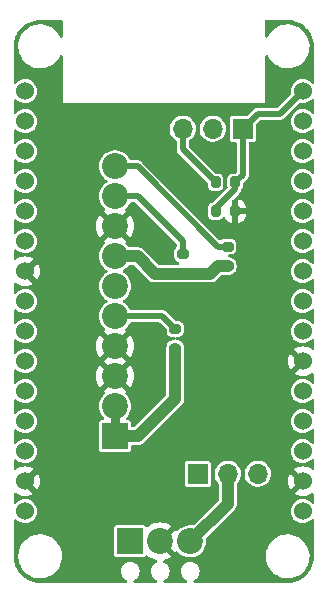
<source format=gbr>
%TF.GenerationSoftware,KiCad,Pcbnew,7.0.10*%
%TF.CreationDate,2024-03-01T13:19:40+01:00*%
%TF.ProjectId,Temp Sensor PCB,54656d70-2053-4656-9e73-6f7220504342,rev?*%
%TF.SameCoordinates,Original*%
%TF.FileFunction,Copper,L2,Bot*%
%TF.FilePolarity,Positive*%
%FSLAX46Y46*%
G04 Gerber Fmt 4.6, Leading zero omitted, Abs format (unit mm)*
G04 Created by KiCad (PCBNEW 7.0.10) date 2024-03-01 13:19:40*
%MOMM*%
%LPD*%
G01*
G04 APERTURE LIST*
G04 Aperture macros list*
%AMRoundRect*
0 Rectangle with rounded corners*
0 $1 Rounding radius*
0 $2 $3 $4 $5 $6 $7 $8 $9 X,Y pos of 4 corners*
0 Add a 4 corners polygon primitive as box body*
4,1,4,$2,$3,$4,$5,$6,$7,$8,$9,$2,$3,0*
0 Add four circle primitives for the rounded corners*
1,1,$1+$1,$2,$3*
1,1,$1+$1,$4,$5*
1,1,$1+$1,$6,$7*
1,1,$1+$1,$8,$9*
0 Add four rect primitives between the rounded corners*
20,1,$1+$1,$2,$3,$4,$5,0*
20,1,$1+$1,$4,$5,$6,$7,0*
20,1,$1+$1,$6,$7,$8,$9,0*
20,1,$1+$1,$8,$9,$2,$3,0*%
G04 Aperture macros list end*
%TA.AperFunction,ComponentPad*%
%ADD10R,1.700000X1.700000*%
%TD*%
%TA.AperFunction,ComponentPad*%
%ADD11O,1.700000X1.700000*%
%TD*%
%TA.AperFunction,ComponentPad*%
%ADD12R,2.200000X2.200000*%
%TD*%
%TA.AperFunction,ComponentPad*%
%ADD13C,2.200000*%
%TD*%
%TA.AperFunction,SMDPad,CuDef*%
%ADD14RoundRect,0.200000X-0.275000X0.200000X-0.275000X-0.200000X0.275000X-0.200000X0.275000X0.200000X0*%
%TD*%
%TA.AperFunction,SMDPad,CuDef*%
%ADD15RoundRect,0.200000X0.200000X0.275000X-0.200000X0.275000X-0.200000X-0.275000X0.200000X-0.275000X0*%
%TD*%
%TA.AperFunction,SMDPad,CuDef*%
%ADD16RoundRect,0.200000X0.275000X-0.200000X0.275000X0.200000X-0.275000X0.200000X-0.275000X-0.200000X0*%
%TD*%
%TA.AperFunction,ComponentPad*%
%ADD17C,1.524000*%
%TD*%
%TA.AperFunction,ViaPad*%
%ADD18C,0.800000*%
%TD*%
%TA.AperFunction,Conductor*%
%ADD19C,0.508000*%
%TD*%
%TA.AperFunction,Conductor*%
%ADD20C,1.000000*%
%TD*%
%TA.AperFunction,Conductor*%
%ADD21C,0.800000*%
%TD*%
G04 APERTURE END LIST*
D10*
%TO.P,J4,1,Pin_1*%
%TO.N,Net-(J4-Pin_1)*%
X150495000Y-76835000D03*
D11*
%TO.P,J4,2,Pin_2*%
%TO.N,/Vout*%
X147955000Y-76835000D03*
%TO.P,J4,3,Pin_3*%
%TO.N,Net-(J4-Pin_3)*%
X145415000Y-76835000D03*
%TD*%
D12*
%TO.P,J2,1,Pin_1*%
%TO.N,Net-(J2-Pin_1)*%
X139700000Y-102870000D03*
D13*
%TO.P,J2,2,Pin_2*%
X139700000Y-100330000D03*
%TO.P,J2,3,Pin_3*%
%TO.N,GND*%
X139700000Y-97790000D03*
%TO.P,J2,4,Pin_4*%
X139700000Y-95250000D03*
%TO.P,J2,5,Pin_5*%
%TO.N,Net-(J2-Pin_5)*%
X139700000Y-92710000D03*
%TO.P,J2,6,Pin_6*%
%TO.N,Net-(J2-Pin_6)*%
X139700000Y-90170000D03*
%TO.P,J2,7,Pin_7*%
%TO.N,Net-(J2-Pin_7)*%
X139700000Y-87630000D03*
%TO.P,J2,8,Pin_8*%
%TO.N,GND*%
X139700000Y-85090000D03*
%TO.P,J2,9,Pin_9*%
%TO.N,Net-(J2-Pin_9)*%
X139700000Y-82550000D03*
%TO.P,J2,10,Pin_10*%
%TO.N,Net-(J2-Pin_10)*%
X139700000Y-80010000D03*
%TD*%
D10*
%TO.P,J3,1,Pin_1*%
%TO.N,/3V3*%
X146685000Y-106045000D03*
D11*
%TO.P,J3,2,Pin_2*%
%TO.N,/Vs*%
X149225000Y-106045000D03*
%TO.P,J3,3,Pin_3*%
%TO.N,/5V*%
X151765000Y-106045000D03*
%TD*%
D12*
%TO.P,J1,1,Pin_1*%
%TO.N,/Vout*%
X140970000Y-111760000D03*
D13*
%TO.P,J1,2,Pin_2*%
%TO.N,GND*%
X143510000Y-111760000D03*
%TO.P,J1,3,Pin_3*%
%TO.N,/Vs*%
X146050000Y-111760000D03*
%TD*%
D14*
%TO.P,R1,1*%
%TO.N,Net-(J2-Pin_5)*%
X144780000Y-93790000D03*
%TO.P,R1,2*%
%TO.N,Net-(J2-Pin_1)*%
X144780000Y-95440000D03*
%TD*%
D15*
%TO.P,R3,1*%
%TO.N,GND*%
X149860000Y-83820000D03*
%TO.P,R3,2*%
%TO.N,Net-(J4-Pin_1)*%
X148210000Y-83820000D03*
%TD*%
%TO.P,R2,1*%
%TO.N,Net-(J4-Pin_1)*%
X149860000Y-81375000D03*
%TO.P,R2,2*%
%TO.N,Net-(J4-Pin_3)*%
X148210000Y-81375000D03*
%TD*%
D16*
%TO.P,R5,1*%
%TO.N,Net-(J2-Pin_7)*%
X149225000Y-88455000D03*
%TO.P,R5,2*%
%TO.N,Net-(J2-Pin_10)*%
X149225000Y-86805000D03*
%TD*%
%TO.P,R4,1*%
%TO.N,Net-(J2-Pin_7)*%
X145415000Y-89090000D03*
%TO.P,R4,2*%
%TO.N,Net-(J2-Pin_9)*%
X145415000Y-87440000D03*
%TD*%
D17*
%TO.P,U2,1,A0(ADC0)*%
%TO.N,Net-(J4-Pin_1)*%
X155575000Y-73660000D03*
%TO.P,U2,2,RSV*%
%TO.N,unconnected-(U2-RSV-Pad2)*%
X155575000Y-76200000D03*
%TO.P,U2,3,RSV*%
%TO.N,unconnected-(U2-RSV-Pad3)*%
X155575000Y-78740000D03*
%TO.P,U2,4,SD3(GPIO10)*%
%TO.N,unconnected-(U2-SD3(GPIO10)-Pad4)*%
X155575000Y-81280000D03*
%TO.P,U2,5,SD2(GPIO9)*%
%TO.N,unconnected-(U2-SD2(GPIO9)-Pad5)*%
X155575000Y-83820000D03*
%TO.P,U2,6,SD1(MOSI)*%
%TO.N,unconnected-(U2-SD1(MOSI)-Pad6)*%
X155575000Y-86360000D03*
%TO.P,U2,7,CMD(CS)*%
%TO.N,unconnected-(U2-CMD(CS)-Pad7)*%
X155575000Y-88900000D03*
%TO.P,U2,8,SDO(MISO)*%
%TO.N,unconnected-(U2-SDO(MISO)-Pad8)*%
X155575000Y-91440000D03*
%TO.P,U2,9,CLK(SCLK)*%
%TO.N,unconnected-(U2-CLK(SCLK)-Pad9)*%
X155575000Y-93980000D03*
%TO.P,U2,10,GND*%
%TO.N,GND*%
X155575000Y-96520000D03*
%TO.P,U2,11,3.3V*%
%TO.N,/3V3*%
X155575000Y-99060000D03*
%TO.P,U2,12,EN*%
%TO.N,unconnected-(U2-EN-Pad12)*%
X155575000Y-101600000D03*
%TO.P,U2,13,RST*%
%TO.N,unconnected-(U2-RST-Pad13)*%
X155575000Y-104140000D03*
%TO.P,U2,14,GND*%
%TO.N,GND*%
X155575000Y-106680000D03*
%TO.P,U2,15,VIN*%
%TO.N,/5V*%
X155575000Y-109220000D03*
%TO.P,U2,16,3.3V*%
%TO.N,Net-(J2-Pin_1)*%
X132080000Y-109220000D03*
%TO.P,U2,17,GND*%
%TO.N,GND*%
X132080000Y-106680000D03*
%TO.P,U2,18,TX(GPIO1)*%
%TO.N,unconnected-(U2-TX(GPIO1)-Pad18)*%
X132080000Y-104140000D03*
%TO.P,U2,19,RX(DPIO3)*%
%TO.N,unconnected-(U2-RX(DPIO3)-Pad19)*%
X132080000Y-101600000D03*
%TO.P,U2,20,D8(GPIO15)*%
%TO.N,unconnected-(U2-D8(GPIO15)-Pad20)*%
X132080000Y-99060000D03*
%TO.P,U2,21,D7(GPIO13)*%
%TO.N,unconnected-(U2-D7(GPIO13)-Pad21)*%
X132080000Y-96520000D03*
%TO.P,U2,22,D6(GPIO12)*%
%TO.N,Net-(J2-Pin_5)*%
X132080000Y-93980000D03*
%TO.P,U2,23,D5(GPIO14)*%
%TO.N,Net-(J2-Pin_6)*%
X132080000Y-91440000D03*
%TO.P,U2,24,GND*%
%TO.N,GND*%
X132080000Y-88900000D03*
%TO.P,U2,25,3.3V*%
%TO.N,Net-(J2-Pin_7)*%
X132080000Y-86360000D03*
%TO.P,U2,26,D4(GPIO2)*%
%TO.N,unconnected-(U2-D4(GPIO2)-Pad26)*%
X132080000Y-83820000D03*
%TO.P,U2,27,D3(GPIO0)*%
%TO.N,unconnected-(U2-D3(GPIO0)-Pad27)*%
X132080000Y-81280000D03*
%TO.P,U2,28,D2(GPIO4)*%
%TO.N,Net-(J2-Pin_9)*%
X132080000Y-78740000D03*
%TO.P,U2,29,D1(GPIO5)*%
%TO.N,Net-(J2-Pin_10)*%
X132080000Y-76200000D03*
%TO.P,U2,30,D0(GPIO16)*%
%TO.N,unconnected-(U2-D0(GPIO16)-Pad30)*%
X132080000Y-73660000D03*
%TD*%
D18*
%TO.N,GND*%
X151765000Y-83820000D03*
X151765000Y-88900000D03*
X139700000Y-106680000D03*
X139700000Y-76835000D03*
X151765000Y-79375000D03*
X151765000Y-93980000D03*
X151765000Y-99060000D03*
%TD*%
D19*
%TO.N,GND*%
X149860000Y-83820000D02*
X151765000Y-83820000D01*
D20*
%TO.N,/Vs*%
X149225000Y-106045000D02*
X149225000Y-108585000D01*
X149225000Y-108585000D02*
X146050000Y-111760000D01*
%TO.N,Net-(J2-Pin_1)*%
X141605000Y-102870000D02*
X139700000Y-102870000D01*
X144780000Y-95440000D02*
X144780000Y-99695000D01*
D21*
X139700000Y-100330000D02*
X139700000Y-102870000D01*
D20*
X144780000Y-99695000D02*
X141605000Y-102870000D01*
D19*
%TO.N,Net-(J2-Pin_5)*%
X139700000Y-92710000D02*
X143700000Y-92710000D01*
X143700000Y-92710000D02*
X144780000Y-93790000D01*
%TO.N,Net-(J2-Pin_10)*%
X141605000Y-80010000D02*
X148400000Y-86805000D01*
X139700000Y-80010000D02*
X141605000Y-80010000D01*
X148400000Y-86805000D02*
X149225000Y-86805000D01*
%TO.N,Net-(J4-Pin_1)*%
X150495000Y-80740000D02*
X149860000Y-81375000D01*
X150495000Y-76835000D02*
X150495000Y-80740000D01*
X149860000Y-81375000D02*
X149860000Y-81915000D01*
X149860000Y-81915000D02*
X148210000Y-83565000D01*
X150495000Y-76835000D02*
X151765000Y-75565000D01*
X151765000Y-75565000D02*
X153670000Y-75565000D01*
X153670000Y-75565000D02*
X155575000Y-73660000D01*
X148210000Y-83565000D02*
X148210000Y-83820000D01*
%TO.N,Net-(J4-Pin_3)*%
X145415000Y-78580000D02*
X148210000Y-81375000D01*
X145415000Y-76835000D02*
X145415000Y-78580000D01*
%TO.N,Net-(J2-Pin_9)*%
X145415000Y-87440000D02*
X145415000Y-86360000D01*
X145415000Y-86360000D02*
X141605000Y-82550000D01*
X141605000Y-82550000D02*
X139700000Y-82550000D01*
D20*
%TO.N,Net-(J2-Pin_7)*%
X147765000Y-89090000D02*
X145415000Y-89090000D01*
X148400000Y-88455000D02*
X147765000Y-89090000D01*
X143065000Y-89090000D02*
X145415000Y-89090000D01*
X141605000Y-87630000D02*
X143065000Y-89090000D01*
X139700000Y-87630000D02*
X141605000Y-87630000D01*
X149225000Y-88455000D02*
X148400000Y-88455000D01*
%TD*%
%TA.AperFunction,Conductor*%
%TO.N,GND*%
G36*
X143505049Y-93238185D02*
G01*
X143525691Y-93254819D01*
X144014181Y-93743308D01*
X144047666Y-93804631D01*
X144050500Y-93830988D01*
X144050500Y-94044742D01*
X144050501Y-94044748D01*
X144053379Y-94075451D01*
X144053379Y-94075453D01*
X144053380Y-94075455D01*
X144098630Y-94204771D01*
X144179989Y-94315010D01*
X144235108Y-94355689D01*
X144290227Y-94396369D01*
X144329600Y-94410146D01*
X144419541Y-94441619D01*
X144419545Y-94441619D01*
X144419549Y-94441621D01*
X144450251Y-94444500D01*
X144663448Y-94444499D01*
X144730486Y-94464183D01*
X144776241Y-94516987D01*
X144786185Y-94586145D01*
X144757160Y-94649701D01*
X144698382Y-94687476D01*
X144684980Y-94690615D01*
X144562139Y-94712276D01*
X144562137Y-94712276D01*
X144562134Y-94712277D01*
X144562132Y-94712277D01*
X144562131Y-94712278D01*
X144400186Y-94782133D01*
X144382384Y-94795386D01*
X144349295Y-94812961D01*
X144290228Y-94833630D01*
X144179989Y-94914989D01*
X144098630Y-95025228D01*
X144053380Y-95154541D01*
X144053378Y-95154553D01*
X144050500Y-95185246D01*
X144050500Y-95231834D01*
X144047158Y-95260429D01*
X144030770Y-95329579D01*
X144025500Y-95351813D01*
X144025500Y-99331114D01*
X144005815Y-99398153D01*
X143989181Y-99418795D01*
X141328795Y-102079181D01*
X141267472Y-102112666D01*
X141241114Y-102115500D01*
X141178499Y-102115500D01*
X141111460Y-102095815D01*
X141065705Y-102043011D01*
X141054499Y-101991500D01*
X141054499Y-101744936D01*
X141054499Y-101744934D01*
X141039734Y-101670699D01*
X140992494Y-101600000D01*
X140983484Y-101586515D01*
X140933019Y-101552796D01*
X140899301Y-101530266D01*
X140899299Y-101530265D01*
X140899296Y-101530264D01*
X140825071Y-101515500D01*
X140825067Y-101515500D01*
X140732405Y-101515500D01*
X140665366Y-101495815D01*
X140619611Y-101443011D01*
X140609667Y-101373853D01*
X140638692Y-101310297D01*
X140641150Y-101307544D01*
X140772554Y-101164802D01*
X140895330Y-100976880D01*
X140985500Y-100771313D01*
X141040605Y-100553707D01*
X141059142Y-100330000D01*
X141054482Y-100273765D01*
X141045900Y-100170197D01*
X141040605Y-100106293D01*
X140985500Y-99888687D01*
X140895330Y-99683120D01*
X140772554Y-99495198D01*
X140620522Y-99330047D01*
X140598231Y-99312697D01*
X140557419Y-99255990D01*
X140553744Y-99186217D01*
X140588374Y-99125533D01*
X140609606Y-99109117D01*
X140643359Y-99088433D01*
X140643363Y-99088430D01*
X140644180Y-99087732D01*
X139871568Y-98315121D01*
X139988458Y-98264349D01*
X140105739Y-98168934D01*
X140192928Y-98045415D01*
X140223354Y-97959802D01*
X140997732Y-98734180D01*
X140998430Y-98733363D01*
X140998432Y-98733361D01*
X141130019Y-98518631D01*
X141226396Y-98285956D01*
X141285187Y-98041072D01*
X141304947Y-97790000D01*
X141285187Y-97538927D01*
X141226396Y-97294043D01*
X141130019Y-97061368D01*
X140998429Y-96846634D01*
X140997733Y-96845819D01*
X140997732Y-96845819D01*
X140225929Y-97617622D01*
X140223116Y-97604085D01*
X140153558Y-97469844D01*
X140050362Y-97359348D01*
X139921181Y-97280791D01*
X139869997Y-97266449D01*
X140616447Y-96520000D01*
X139871568Y-95775121D01*
X139988458Y-95724349D01*
X140105739Y-95628934D01*
X140192928Y-95505415D01*
X140223354Y-95419802D01*
X140997732Y-96194180D01*
X140998430Y-96193363D01*
X140998432Y-96193361D01*
X141130019Y-95978631D01*
X141226396Y-95745956D01*
X141285187Y-95501072D01*
X141304947Y-95250000D01*
X141285187Y-94998927D01*
X141226396Y-94754043D01*
X141130019Y-94521368D01*
X140998429Y-94306634D01*
X140997733Y-94305819D01*
X140997732Y-94305819D01*
X140225929Y-95077622D01*
X140223116Y-95064085D01*
X140153558Y-94929844D01*
X140050362Y-94819348D01*
X139921181Y-94740791D01*
X139869997Y-94726450D01*
X140644179Y-93952266D01*
X140643365Y-93951570D01*
X140609604Y-93930881D01*
X140562729Y-93879068D01*
X140551307Y-93810139D01*
X140578965Y-93745976D01*
X140598231Y-93727302D01*
X140620522Y-93709953D01*
X140772554Y-93544802D01*
X140895330Y-93356880D01*
X140923486Y-93292691D01*
X140968441Y-93239205D01*
X141035177Y-93218514D01*
X141037042Y-93218500D01*
X143438010Y-93218500D01*
X143505049Y-93238185D01*
G37*
%TD.AperFunction*%
%TA.AperFunction,Conductor*%
G36*
X141410049Y-83078185D02*
G01*
X141430691Y-83094819D01*
X144870181Y-86534309D01*
X144903666Y-86595632D01*
X144906500Y-86621990D01*
X144906500Y-86784853D01*
X144886815Y-86851892D01*
X144856135Y-86884622D01*
X144814990Y-86914988D01*
X144733630Y-87025228D01*
X144688380Y-87154541D01*
X144688378Y-87154553D01*
X144685500Y-87185246D01*
X144685500Y-87694742D01*
X144685917Y-87699191D01*
X144688379Y-87725451D01*
X144688379Y-87725453D01*
X144688380Y-87725455D01*
X144733258Y-87853707D01*
X144733631Y-87854773D01*
X144751203Y-87878582D01*
X144814989Y-87965010D01*
X144870108Y-88005689D01*
X144925227Y-88046369D01*
X144963756Y-88059851D01*
X145061671Y-88094114D01*
X145060699Y-88096891D01*
X145110046Y-88123887D01*
X145143483Y-88185237D01*
X145138444Y-88254924D01*
X145096529Y-88310825D01*
X145031046Y-88335191D01*
X145022296Y-88335500D01*
X143428887Y-88335500D01*
X143361848Y-88315815D01*
X143341206Y-88299181D01*
X142183766Y-87141742D01*
X142171984Y-87128109D01*
X142163327Y-87116481D01*
X142157539Y-87108706D01*
X142157537Y-87108704D01*
X142157538Y-87108704D01*
X142128872Y-87084652D01*
X142119362Y-87076671D01*
X142111384Y-87069360D01*
X142107444Y-87065419D01*
X142082987Y-87046081D01*
X142080191Y-87043803D01*
X142022427Y-86995333D01*
X142016394Y-86991365D01*
X142016422Y-86991321D01*
X142009961Y-86987204D01*
X142009934Y-86987250D01*
X142003790Y-86983460D01*
X141935442Y-86951589D01*
X141932196Y-86950017D01*
X141864815Y-86916177D01*
X141858031Y-86913708D01*
X141858049Y-86913658D01*
X141850807Y-86911141D01*
X141850791Y-86911191D01*
X141843938Y-86908920D01*
X141770088Y-86893671D01*
X141766567Y-86892891D01*
X141693181Y-86875498D01*
X141686014Y-86874661D01*
X141686020Y-86874607D01*
X141678405Y-86873829D01*
X141678401Y-86873883D01*
X141671210Y-86873253D01*
X141595804Y-86875448D01*
X141592198Y-86875500D01*
X140892123Y-86875500D01*
X140825084Y-86855815D01*
X140788315Y-86819322D01*
X140772555Y-86795200D01*
X140772554Y-86795198D01*
X140620522Y-86630047D01*
X140598231Y-86612697D01*
X140557419Y-86555990D01*
X140553744Y-86486217D01*
X140588374Y-86425533D01*
X140609606Y-86409117D01*
X140643359Y-86388433D01*
X140643363Y-86388430D01*
X140644180Y-86387732D01*
X139871568Y-85615121D01*
X139988458Y-85564349D01*
X140105739Y-85468934D01*
X140192928Y-85345415D01*
X140223354Y-85259802D01*
X140997732Y-86034180D01*
X140998430Y-86033363D01*
X140998432Y-86033361D01*
X141130019Y-85818631D01*
X141226396Y-85585956D01*
X141285187Y-85341072D01*
X141304947Y-85090000D01*
X141285187Y-84838927D01*
X141226396Y-84594043D01*
X141130019Y-84361368D01*
X140998429Y-84146634D01*
X140997733Y-84145819D01*
X140997732Y-84145819D01*
X140225929Y-84917622D01*
X140223116Y-84904085D01*
X140153558Y-84769844D01*
X140050362Y-84659348D01*
X139921181Y-84580791D01*
X139869997Y-84566450D01*
X140644179Y-83792266D01*
X140643365Y-83791570D01*
X140609604Y-83770881D01*
X140562729Y-83719068D01*
X140551307Y-83650139D01*
X140578965Y-83585976D01*
X140598231Y-83567302D01*
X140620522Y-83549953D01*
X140772554Y-83384802D01*
X140895330Y-83196880D01*
X140923486Y-83132691D01*
X140968441Y-83079205D01*
X141035177Y-83058514D01*
X141037042Y-83058500D01*
X141343010Y-83058500D01*
X141410049Y-83078185D01*
G37*
%TD.AperFunction*%
%TA.AperFunction,Conductor*%
G36*
X135198039Y-67630185D02*
G01*
X135243794Y-67682989D01*
X135255000Y-67734500D01*
X135255000Y-68992523D01*
X135235315Y-69059562D01*
X135182511Y-69105317D01*
X135113353Y-69115261D01*
X135049797Y-69086236D01*
X135016877Y-69041020D01*
X135000130Y-69001610D01*
X134859018Y-68770390D01*
X134857845Y-68768981D01*
X134685746Y-68562180D01*
X134685740Y-68562175D01*
X134484002Y-68381418D01*
X134258092Y-68231957D01*
X134258090Y-68231956D01*
X134012824Y-68116980D01*
X134012819Y-68116978D01*
X134012814Y-68116976D01*
X133753442Y-68038942D01*
X133753428Y-68038939D01*
X133637791Y-68021921D01*
X133485439Y-67999500D01*
X133282369Y-67999500D01*
X133282351Y-67999500D01*
X133079844Y-68014323D01*
X133079831Y-68014325D01*
X132815453Y-68073217D01*
X132815446Y-68073220D01*
X132562439Y-68169987D01*
X132326226Y-68302557D01*
X132111822Y-68468112D01*
X131923822Y-68663109D01*
X131923816Y-68663116D01*
X131766202Y-68883419D01*
X131766199Y-68883424D01*
X131642350Y-69124309D01*
X131642343Y-69124327D01*
X131554884Y-69380685D01*
X131554881Y-69380699D01*
X131505681Y-69647068D01*
X131505680Y-69647075D01*
X131495787Y-69917763D01*
X131525413Y-70187013D01*
X131525415Y-70187024D01*
X131593926Y-70449082D01*
X131593928Y-70449088D01*
X131699870Y-70698390D01*
X131771998Y-70816575D01*
X131840979Y-70929605D01*
X131840986Y-70929615D01*
X132014253Y-71137819D01*
X132014259Y-71137824D01*
X132215998Y-71318582D01*
X132441910Y-71468044D01*
X132687176Y-71583020D01*
X132687183Y-71583022D01*
X132687185Y-71583023D01*
X132946557Y-71661057D01*
X132946564Y-71661058D01*
X132946569Y-71661060D01*
X133214561Y-71700500D01*
X133214566Y-71700500D01*
X133417629Y-71700500D01*
X133417631Y-71700500D01*
X133417636Y-71700499D01*
X133417648Y-71700499D01*
X133455191Y-71697750D01*
X133620156Y-71685677D01*
X133732758Y-71660593D01*
X133884546Y-71626782D01*
X133884548Y-71626781D01*
X133884553Y-71626780D01*
X134137558Y-71530014D01*
X134373777Y-71397441D01*
X134588177Y-71231888D01*
X134776186Y-71036881D01*
X134933799Y-70816579D01*
X135020722Y-70647513D01*
X135068881Y-70596892D01*
X135136763Y-70580345D01*
X135202815Y-70603124D01*
X135246067Y-70657998D01*
X135255000Y-70704211D01*
X135255000Y-74676000D01*
X152400000Y-74676000D01*
X152400000Y-70707476D01*
X152419685Y-70640437D01*
X152472489Y-70594682D01*
X152541647Y-70584738D01*
X152605203Y-70613763D01*
X152638121Y-70658978D01*
X152654870Y-70698390D01*
X152726998Y-70816575D01*
X152795979Y-70929605D01*
X152795986Y-70929615D01*
X152969253Y-71137819D01*
X152969259Y-71137824D01*
X153170998Y-71318582D01*
X153396910Y-71468044D01*
X153642176Y-71583020D01*
X153642183Y-71583022D01*
X153642185Y-71583023D01*
X153901557Y-71661057D01*
X153901564Y-71661058D01*
X153901569Y-71661060D01*
X154169561Y-71700500D01*
X154169566Y-71700500D01*
X154372629Y-71700500D01*
X154372631Y-71700500D01*
X154372636Y-71700499D01*
X154372648Y-71700499D01*
X154410191Y-71697750D01*
X154575156Y-71685677D01*
X154687758Y-71660593D01*
X154839546Y-71626782D01*
X154839548Y-71626781D01*
X154839553Y-71626780D01*
X155092558Y-71530014D01*
X155328777Y-71397441D01*
X155543177Y-71231888D01*
X155731186Y-71036881D01*
X155888799Y-70816579D01*
X156002884Y-70594682D01*
X156012649Y-70575690D01*
X156012651Y-70575684D01*
X156012656Y-70575675D01*
X156100118Y-70319305D01*
X156149319Y-70052933D01*
X156159212Y-69782235D01*
X156129586Y-69512982D01*
X156061072Y-69250912D01*
X155955130Y-69001610D01*
X155814018Y-68770390D01*
X155812845Y-68768981D01*
X155640746Y-68562180D01*
X155640740Y-68562175D01*
X155439002Y-68381418D01*
X155213092Y-68231957D01*
X155213090Y-68231956D01*
X154967824Y-68116980D01*
X154967819Y-68116978D01*
X154967814Y-68116976D01*
X154708442Y-68038942D01*
X154708428Y-68038939D01*
X154592791Y-68021921D01*
X154440439Y-67999500D01*
X154237369Y-67999500D01*
X154237351Y-67999500D01*
X154034844Y-68014323D01*
X154034831Y-68014325D01*
X153770453Y-68073217D01*
X153770446Y-68073220D01*
X153517439Y-68169987D01*
X153281226Y-68302557D01*
X153066822Y-68468112D01*
X152878822Y-68663109D01*
X152878816Y-68663116D01*
X152721202Y-68883419D01*
X152721199Y-68883424D01*
X152634278Y-69052486D01*
X152586118Y-69103107D01*
X152518237Y-69119654D01*
X152452184Y-69096875D01*
X152408933Y-69042001D01*
X152400000Y-68995788D01*
X152400000Y-67734500D01*
X152419685Y-67667461D01*
X152472489Y-67621706D01*
X152524000Y-67610500D01*
X154257405Y-67610500D01*
X154301249Y-67610500D01*
X154308736Y-67610726D01*
X154567457Y-67626375D01*
X154582318Y-67628179D01*
X154796666Y-67667461D01*
X154833575Y-67674225D01*
X154848097Y-67677804D01*
X155091990Y-67753803D01*
X155105967Y-67759104D01*
X155338915Y-67863946D01*
X155352161Y-67870898D01*
X155570768Y-68003051D01*
X155583079Y-68011549D01*
X155784161Y-68169086D01*
X155795369Y-68179016D01*
X155975983Y-68359630D01*
X155985913Y-68370838D01*
X156143446Y-68571914D01*
X156151952Y-68584237D01*
X156284098Y-68802832D01*
X156291057Y-68816091D01*
X156395893Y-69049028D01*
X156401199Y-69063018D01*
X156477191Y-69306886D01*
X156480774Y-69321424D01*
X156526819Y-69572679D01*
X156528624Y-69587544D01*
X156544274Y-69846263D01*
X156544500Y-69853750D01*
X156544500Y-72892463D01*
X156524815Y-72959502D01*
X156472011Y-73005257D01*
X156402853Y-73015201D01*
X156339297Y-72986176D01*
X156324647Y-72971128D01*
X156297252Y-72937748D01*
X156267570Y-72913389D01*
X156142469Y-72810722D01*
X156142465Y-72810720D01*
X156142463Y-72810718D01*
X155965881Y-72716333D01*
X155774271Y-72658208D01*
X155575000Y-72638582D01*
X155375728Y-72658208D01*
X155184118Y-72716333D01*
X155007536Y-72810718D01*
X154852747Y-72937747D01*
X154725718Y-73092536D01*
X154631333Y-73269118D01*
X154573208Y-73460728D01*
X154553582Y-73660000D01*
X154573208Y-73859271D01*
X154574113Y-73863820D01*
X154567886Y-73933412D01*
X154540177Y-73975693D01*
X153495691Y-75020181D01*
X153434368Y-75053666D01*
X153408010Y-75056500D01*
X151832998Y-75056500D01*
X151806641Y-75053666D01*
X151801651Y-75052580D01*
X151801644Y-75052580D01*
X151751261Y-75056184D01*
X151742414Y-75056500D01*
X151728627Y-75056500D01*
X151714975Y-75058462D01*
X151706191Y-75059406D01*
X151659975Y-75062713D01*
X151655799Y-75063012D01*
X151655796Y-75063012D01*
X151651001Y-75064801D01*
X151625336Y-75071351D01*
X151620267Y-75072080D01*
X151620261Y-75072081D01*
X151574306Y-75093068D01*
X151566133Y-75096454D01*
X151518798Y-75114109D01*
X151518791Y-75114113D01*
X151514696Y-75117179D01*
X151491917Y-75130695D01*
X151487258Y-75132823D01*
X151449071Y-75165911D01*
X151442186Y-75171459D01*
X151431146Y-75179724D01*
X151421394Y-75189475D01*
X151414926Y-75195497D01*
X151376752Y-75228577D01*
X151376745Y-75228584D01*
X151373984Y-75232881D01*
X151357355Y-75253515D01*
X150916689Y-75694181D01*
X150855366Y-75727666D01*
X150829008Y-75730500D01*
X149619936Y-75730500D01*
X149545698Y-75745266D01*
X149461515Y-75801515D01*
X149405266Y-75885699D01*
X149405264Y-75885703D01*
X149390500Y-75959928D01*
X149390500Y-77710063D01*
X149405266Y-77784301D01*
X149461515Y-77868484D01*
X149491168Y-77888297D01*
X149545699Y-77924734D01*
X149545702Y-77924734D01*
X149545703Y-77924735D01*
X149570666Y-77929700D01*
X149619933Y-77939500D01*
X149862501Y-77939499D01*
X149929539Y-77959183D01*
X149975294Y-78011987D01*
X149986500Y-78063499D01*
X149986500Y-80478010D01*
X149966815Y-80545049D01*
X149950180Y-80565692D01*
X149906689Y-80609182D01*
X149845366Y-80642667D01*
X149819010Y-80645500D01*
X149605257Y-80645500D01*
X149589900Y-80646940D01*
X149574549Y-80648379D01*
X149574546Y-80648379D01*
X149574544Y-80648380D01*
X149445228Y-80693630D01*
X149334989Y-80774989D01*
X149253630Y-80885228D01*
X149208380Y-81014541D01*
X149208378Y-81014553D01*
X149205500Y-81045246D01*
X149205500Y-81704745D01*
X149208378Y-81735448D01*
X149211689Y-81744911D01*
X149215248Y-81814690D01*
X149182327Y-81873543D01*
X148930674Y-82125196D01*
X148903002Y-82140305D01*
X148896275Y-82157976D01*
X148885196Y-82170674D01*
X147998022Y-83057848D01*
X147936699Y-83091333D01*
X147927094Y-83092823D01*
X147924545Y-83093379D01*
X147795228Y-83138630D01*
X147684989Y-83219989D01*
X147603630Y-83330228D01*
X147558380Y-83459541D01*
X147558378Y-83459553D01*
X147555500Y-83490246D01*
X147555500Y-84149742D01*
X147555501Y-84149748D01*
X147558379Y-84180451D01*
X147558379Y-84180453D01*
X147558380Y-84180455D01*
X147603630Y-84309771D01*
X147684989Y-84420010D01*
X147740108Y-84460689D01*
X147795227Y-84501369D01*
X147834600Y-84515146D01*
X147924541Y-84546619D01*
X147924545Y-84546619D01*
X147924549Y-84546621D01*
X147955251Y-84549500D01*
X148464748Y-84549499D01*
X148495451Y-84546621D01*
X148624773Y-84501369D01*
X148735010Y-84420010D01*
X148795735Y-84337729D01*
X148851381Y-84295481D01*
X148921037Y-84290022D01*
X148982586Y-84323089D01*
X149013889Y-84374474D01*
X149016981Y-84384396D01*
X149104927Y-84529877D01*
X149225122Y-84650072D01*
X149370604Y-84738019D01*
X149370603Y-84738019D01*
X149532894Y-84788590D01*
X149532893Y-84788590D01*
X149603408Y-84794998D01*
X149603426Y-84794999D01*
X149609999Y-84794998D01*
X149610000Y-84794998D01*
X149610000Y-84070000D01*
X150110000Y-84070000D01*
X150110000Y-84794999D01*
X150116581Y-84794999D01*
X150187102Y-84788591D01*
X150187107Y-84788590D01*
X150349396Y-84738018D01*
X150494877Y-84650072D01*
X150615072Y-84529877D01*
X150703019Y-84384395D01*
X150753590Y-84222106D01*
X150760000Y-84151572D01*
X150760000Y-84070000D01*
X150110000Y-84070000D01*
X149610000Y-84070000D01*
X149610000Y-82935489D01*
X149629685Y-82868450D01*
X149646319Y-82847808D01*
X149649127Y-82845000D01*
X150110000Y-82845000D01*
X150110000Y-83570000D01*
X150759999Y-83570000D01*
X150759999Y-83488417D01*
X150753591Y-83417897D01*
X150753590Y-83417892D01*
X150703018Y-83255603D01*
X150615072Y-83110122D01*
X150494877Y-82989927D01*
X150349395Y-82901980D01*
X150349396Y-82901980D01*
X150187105Y-82851409D01*
X150187106Y-82851409D01*
X150116572Y-82845000D01*
X150110000Y-82845000D01*
X149649127Y-82845000D01*
X149720424Y-82773703D01*
X150171484Y-82322642D01*
X150192122Y-82306012D01*
X150196421Y-82303250D01*
X150229501Y-82265072D01*
X150235537Y-82258590D01*
X150245276Y-82248852D01*
X150245276Y-82248851D01*
X150245280Y-82248848D01*
X150253549Y-82237800D01*
X150259075Y-82230942D01*
X150292176Y-82192743D01*
X150294297Y-82188097D01*
X150307827Y-82165292D01*
X150310888Y-82161204D01*
X150328545Y-82113859D01*
X150331913Y-82105728D01*
X150352919Y-82059734D01*
X150353645Y-82054676D01*
X150360204Y-82028982D01*
X150361988Y-82024201D01*
X150361988Y-82024199D01*
X150365090Y-82015885D01*
X150365738Y-82016126D01*
X150383295Y-81977332D01*
X150385007Y-81975012D01*
X150385010Y-81975010D01*
X150466369Y-81864773D01*
X150511621Y-81735451D01*
X150514500Y-81704749D01*
X150514499Y-81490988D01*
X150534183Y-81423949D01*
X150550813Y-81403312D01*
X150806481Y-81147644D01*
X150827127Y-81131009D01*
X150831421Y-81128250D01*
X150864507Y-81090065D01*
X150870543Y-81083583D01*
X150880273Y-81073854D01*
X150880273Y-81073853D01*
X150880280Y-81073847D01*
X150888546Y-81062803D01*
X150894087Y-81055929D01*
X150927173Y-81017746D01*
X150927174Y-81017745D01*
X150927173Y-81017745D01*
X150927176Y-81017743D01*
X150929297Y-81013097D01*
X150942826Y-80990294D01*
X150945889Y-80986204D01*
X150963551Y-80938846D01*
X150966921Y-80930711D01*
X150987919Y-80884734D01*
X150988645Y-80879679D01*
X150995200Y-80853994D01*
X150996989Y-80849200D01*
X151000593Y-80798796D01*
X151001539Y-80790006D01*
X151001680Y-80789019D01*
X151003500Y-80776368D01*
X151003500Y-80762588D01*
X151003816Y-80753741D01*
X151007420Y-80703351D01*
X151007419Y-80703347D01*
X151006334Y-80698358D01*
X151003500Y-80672001D01*
X151003500Y-78063499D01*
X151023185Y-77996460D01*
X151075989Y-77950705D01*
X151127500Y-77939499D01*
X151370064Y-77939499D01*
X151370066Y-77939499D01*
X151444301Y-77924734D01*
X151528484Y-77868484D01*
X151584734Y-77784301D01*
X151599500Y-77710067D01*
X151599499Y-76500989D01*
X151619184Y-76433951D01*
X151635818Y-76413309D01*
X151939309Y-76109819D01*
X152000632Y-76076334D01*
X152026990Y-76073500D01*
X153602001Y-76073500D01*
X153628358Y-76076334D01*
X153631093Y-76076928D01*
X153633351Y-76077420D01*
X153683744Y-76073816D01*
X153692590Y-76073500D01*
X153706366Y-76073500D01*
X153706368Y-76073500D01*
X153720012Y-76071537D01*
X153728796Y-76070593D01*
X153779201Y-76066989D01*
X153783995Y-76065200D01*
X153809679Y-76058645D01*
X153814734Y-76057919D01*
X153860699Y-76036926D01*
X153868849Y-76033551D01*
X153916204Y-76015889D01*
X153920292Y-76012827D01*
X153943098Y-75999297D01*
X153947743Y-75997176D01*
X153985918Y-75964095D01*
X153992821Y-75958534D01*
X153995147Y-75956792D01*
X154003848Y-75950280D01*
X154013593Y-75940533D01*
X154020077Y-75934497D01*
X154058250Y-75901421D01*
X154061012Y-75897122D01*
X154077642Y-75876484D01*
X155259306Y-74694820D01*
X155320627Y-74661337D01*
X155371181Y-74660887D01*
X155375727Y-74661790D01*
X155375731Y-74661792D01*
X155575000Y-74681418D01*
X155774269Y-74661792D01*
X155965880Y-74603667D01*
X156142469Y-74509278D01*
X156297252Y-74382252D01*
X156324646Y-74348871D01*
X156382391Y-74309537D01*
X156452236Y-74307666D01*
X156512005Y-74343853D01*
X156542721Y-74406608D01*
X156544500Y-74427536D01*
X156544500Y-75432463D01*
X156524815Y-75499502D01*
X156472011Y-75545257D01*
X156402853Y-75555201D01*
X156339297Y-75526176D01*
X156324647Y-75511128D01*
X156297252Y-75477748D01*
X156267570Y-75453389D01*
X156142469Y-75350722D01*
X156142465Y-75350720D01*
X156142463Y-75350718D01*
X155965881Y-75256333D01*
X155774271Y-75198208D01*
X155575000Y-75178582D01*
X155375728Y-75198208D01*
X155184118Y-75256333D01*
X155007536Y-75350718D01*
X154852747Y-75477747D01*
X154725718Y-75632536D01*
X154631333Y-75809118D01*
X154573208Y-76000728D01*
X154553582Y-76200000D01*
X154573208Y-76399271D01*
X154631333Y-76590881D01*
X154725718Y-76767463D01*
X154725720Y-76767465D01*
X154725722Y-76767469D01*
X154781142Y-76834999D01*
X154852747Y-76922252D01*
X154882426Y-76946608D01*
X155007531Y-77049278D01*
X155007534Y-77049280D01*
X155007536Y-77049281D01*
X155184118Y-77143666D01*
X155184120Y-77143667D01*
X155375731Y-77201792D01*
X155575000Y-77221418D01*
X155774269Y-77201792D01*
X155965880Y-77143667D01*
X156142469Y-77049278D01*
X156297252Y-76922252D01*
X156324646Y-76888871D01*
X156382391Y-76849537D01*
X156452236Y-76847666D01*
X156512005Y-76883853D01*
X156542721Y-76946608D01*
X156544500Y-76967536D01*
X156544500Y-77972463D01*
X156524815Y-78039502D01*
X156472011Y-78085257D01*
X156402853Y-78095201D01*
X156339297Y-78066176D01*
X156324647Y-78051128D01*
X156297252Y-78017748D01*
X156267570Y-77993389D01*
X156142469Y-77890722D01*
X156142465Y-77890720D01*
X156142463Y-77890718D01*
X155965881Y-77796333D01*
X155774271Y-77738208D01*
X155575000Y-77718582D01*
X155375728Y-77738208D01*
X155184118Y-77796333D01*
X155007536Y-77890718D01*
X154852747Y-78017747D01*
X154725718Y-78172536D01*
X154631333Y-78349118D01*
X154573208Y-78540728D01*
X154553582Y-78740000D01*
X154573208Y-78939271D01*
X154631333Y-79130881D01*
X154725718Y-79307463D01*
X154725720Y-79307465D01*
X154725722Y-79307469D01*
X154771392Y-79363118D01*
X154852747Y-79462252D01*
X154903728Y-79504090D01*
X155007531Y-79589278D01*
X155007534Y-79589280D01*
X155007536Y-79589281D01*
X155073836Y-79624719D01*
X155184120Y-79683667D01*
X155375731Y-79741792D01*
X155575000Y-79761418D01*
X155774269Y-79741792D01*
X155965880Y-79683667D01*
X156142469Y-79589278D01*
X156297252Y-79462252D01*
X156324646Y-79428871D01*
X156382391Y-79389537D01*
X156452236Y-79387666D01*
X156512005Y-79423853D01*
X156542721Y-79486608D01*
X156544500Y-79507536D01*
X156544500Y-80512463D01*
X156524815Y-80579502D01*
X156472011Y-80625257D01*
X156402853Y-80635201D01*
X156339297Y-80606176D01*
X156324647Y-80591128D01*
X156297252Y-80557748D01*
X156262675Y-80529372D01*
X156142469Y-80430722D01*
X156142465Y-80430720D01*
X156142463Y-80430718D01*
X155965881Y-80336333D01*
X155774271Y-80278208D01*
X155575000Y-80258582D01*
X155375728Y-80278208D01*
X155184118Y-80336333D01*
X155007536Y-80430718D01*
X154852747Y-80557747D01*
X154725718Y-80712536D01*
X154631333Y-80889118D01*
X154573208Y-81080728D01*
X154553582Y-81280000D01*
X154573208Y-81479271D01*
X154631333Y-81670881D01*
X154725718Y-81847463D01*
X154725720Y-81847465D01*
X154725722Y-81847469D01*
X154771392Y-81903118D01*
X154852747Y-82002252D01*
X154903728Y-82044090D01*
X155007531Y-82129278D01*
X155007534Y-82129280D01*
X155007536Y-82129281D01*
X155126265Y-82192743D01*
X155184120Y-82223667D01*
X155375731Y-82281792D01*
X155575000Y-82301418D01*
X155774269Y-82281792D01*
X155965880Y-82223667D01*
X156142469Y-82129278D01*
X156297252Y-82002252D01*
X156324646Y-81968871D01*
X156382391Y-81929537D01*
X156452236Y-81927666D01*
X156512005Y-81963853D01*
X156542721Y-82026608D01*
X156544500Y-82047536D01*
X156544500Y-83052463D01*
X156524815Y-83119502D01*
X156472011Y-83165257D01*
X156402853Y-83175201D01*
X156339297Y-83146176D01*
X156324647Y-83131128D01*
X156297252Y-83097748D01*
X156267570Y-83073389D01*
X156142469Y-82970722D01*
X156142465Y-82970720D01*
X156142463Y-82970718D01*
X155965881Y-82876333D01*
X155774271Y-82818208D01*
X155575000Y-82798582D01*
X155375728Y-82818208D01*
X155184118Y-82876333D01*
X155007536Y-82970718D01*
X154852747Y-83097747D01*
X154725718Y-83252536D01*
X154631333Y-83429118D01*
X154573208Y-83620728D01*
X154553582Y-83820000D01*
X154573208Y-84019271D01*
X154631333Y-84210881D01*
X154725718Y-84387463D01*
X154725720Y-84387465D01*
X154725722Y-84387469D01*
X154786724Y-84461801D01*
X154852747Y-84542252D01*
X154882426Y-84566608D01*
X155007531Y-84669278D01*
X155007534Y-84669280D01*
X155007536Y-84669281D01*
X155133195Y-84736447D01*
X155184120Y-84763667D01*
X155375731Y-84821792D01*
X155575000Y-84841418D01*
X155774269Y-84821792D01*
X155965880Y-84763667D01*
X156142469Y-84669278D01*
X156297252Y-84542252D01*
X156324646Y-84508871D01*
X156382391Y-84469537D01*
X156452236Y-84467666D01*
X156512005Y-84503853D01*
X156542721Y-84566608D01*
X156544500Y-84587536D01*
X156544500Y-85592463D01*
X156524815Y-85659502D01*
X156472011Y-85705257D01*
X156402853Y-85715201D01*
X156339297Y-85686176D01*
X156324647Y-85671128D01*
X156297252Y-85637748D01*
X156267570Y-85613389D01*
X156142469Y-85510722D01*
X156142465Y-85510720D01*
X156142463Y-85510718D01*
X155965881Y-85416333D01*
X155774271Y-85358208D01*
X155575000Y-85338582D01*
X155375728Y-85358208D01*
X155184118Y-85416333D01*
X155007536Y-85510718D01*
X154852747Y-85637747D01*
X154725718Y-85792536D01*
X154631333Y-85969118D01*
X154573208Y-86160728D01*
X154553582Y-86360000D01*
X154573208Y-86559271D01*
X154631333Y-86750881D01*
X154725718Y-86927463D01*
X154725720Y-86927465D01*
X154725722Y-86927469D01*
X154745517Y-86951589D01*
X154852747Y-87082252D01*
X154907927Y-87127536D01*
X155007531Y-87209278D01*
X155007534Y-87209280D01*
X155007536Y-87209281D01*
X155178275Y-87300543D01*
X155184120Y-87303667D01*
X155375731Y-87361792D01*
X155575000Y-87381418D01*
X155774269Y-87361792D01*
X155965880Y-87303667D01*
X156142469Y-87209278D01*
X156297252Y-87082252D01*
X156324646Y-87048871D01*
X156382391Y-87009537D01*
X156452236Y-87007666D01*
X156512005Y-87043853D01*
X156542721Y-87106608D01*
X156544500Y-87127536D01*
X156544500Y-88132463D01*
X156524815Y-88199502D01*
X156472011Y-88245257D01*
X156402853Y-88255201D01*
X156339297Y-88226176D01*
X156324647Y-88211128D01*
X156297252Y-88177748D01*
X156287255Y-88169544D01*
X156142469Y-88050722D01*
X156142465Y-88050720D01*
X156142463Y-88050718D01*
X155965881Y-87956333D01*
X155774271Y-87898208D01*
X155575000Y-87878582D01*
X155375728Y-87898208D01*
X155184118Y-87956333D01*
X155007536Y-88050718D01*
X154852747Y-88177747D01*
X154725718Y-88332536D01*
X154631333Y-88509118D01*
X154573208Y-88700728D01*
X154553582Y-88900000D01*
X154573208Y-89099271D01*
X154631333Y-89290881D01*
X154725718Y-89467463D01*
X154725720Y-89467465D01*
X154725722Y-89467469D01*
X154779844Y-89533417D01*
X154852747Y-89622252D01*
X154907927Y-89667536D01*
X155007531Y-89749278D01*
X155007534Y-89749280D01*
X155007536Y-89749281D01*
X155178908Y-89840881D01*
X155184120Y-89843667D01*
X155375731Y-89901792D01*
X155575000Y-89921418D01*
X155774269Y-89901792D01*
X155965880Y-89843667D01*
X156142469Y-89749278D01*
X156297252Y-89622252D01*
X156324646Y-89588871D01*
X156382391Y-89549537D01*
X156452236Y-89547666D01*
X156512005Y-89583853D01*
X156542721Y-89646608D01*
X156544500Y-89667536D01*
X156544500Y-90672463D01*
X156524815Y-90739502D01*
X156472011Y-90785257D01*
X156402853Y-90795201D01*
X156339297Y-90766176D01*
X156324647Y-90751128D01*
X156297252Y-90717748D01*
X156267570Y-90693389D01*
X156142469Y-90590722D01*
X156142465Y-90590720D01*
X156142463Y-90590718D01*
X155965881Y-90496333D01*
X155774271Y-90438208D01*
X155575000Y-90418582D01*
X155375728Y-90438208D01*
X155184118Y-90496333D01*
X155007536Y-90590718D01*
X154852747Y-90717747D01*
X154725718Y-90872536D01*
X154631333Y-91049118D01*
X154573208Y-91240728D01*
X154553582Y-91440000D01*
X154573208Y-91639271D01*
X154631333Y-91830881D01*
X154725718Y-92007463D01*
X154725720Y-92007465D01*
X154725722Y-92007469D01*
X154771392Y-92063118D01*
X154852747Y-92162252D01*
X154903728Y-92204090D01*
X155007531Y-92289278D01*
X155007534Y-92289280D01*
X155007536Y-92289281D01*
X155073836Y-92324719D01*
X155184120Y-92383667D01*
X155375731Y-92441792D01*
X155575000Y-92461418D01*
X155774269Y-92441792D01*
X155965880Y-92383667D01*
X156142469Y-92289278D01*
X156297252Y-92162252D01*
X156324646Y-92128871D01*
X156382391Y-92089537D01*
X156452236Y-92087666D01*
X156512005Y-92123853D01*
X156542721Y-92186608D01*
X156544500Y-92207536D01*
X156544500Y-93212463D01*
X156524815Y-93279502D01*
X156472011Y-93325257D01*
X156402853Y-93335201D01*
X156339297Y-93306176D01*
X156324647Y-93291128D01*
X156297252Y-93257748D01*
X156267570Y-93233389D01*
X156142469Y-93130722D01*
X156142465Y-93130720D01*
X156142463Y-93130718D01*
X155965881Y-93036333D01*
X155774271Y-92978208D01*
X155575000Y-92958582D01*
X155375728Y-92978208D01*
X155184118Y-93036333D01*
X155007536Y-93130718D01*
X154852747Y-93257747D01*
X154725718Y-93412536D01*
X154631333Y-93589118D01*
X154573208Y-93780728D01*
X154553582Y-93980000D01*
X154573208Y-94179271D01*
X154631333Y-94370881D01*
X154725718Y-94547463D01*
X154725720Y-94547465D01*
X154725722Y-94547469D01*
X154779764Y-94613320D01*
X154852747Y-94702252D01*
X154901780Y-94742491D01*
X155007531Y-94829278D01*
X155007534Y-94829280D01*
X155007536Y-94829281D01*
X155184118Y-94923666D01*
X155184120Y-94923667D01*
X155375731Y-94981792D01*
X155575000Y-95001418D01*
X155774269Y-94981792D01*
X155965880Y-94923667D01*
X156142469Y-94829278D01*
X156297252Y-94702252D01*
X156324646Y-94668871D01*
X156382391Y-94629537D01*
X156452236Y-94627666D01*
X156512005Y-94663853D01*
X156542721Y-94726608D01*
X156544500Y-94747536D01*
X156544500Y-95420032D01*
X156524815Y-95487071D01*
X156472011Y-95532826D01*
X156402853Y-95542770D01*
X156349376Y-95521607D01*
X156208409Y-95422900D01*
X156208407Y-95422899D01*
X156008284Y-95329580D01*
X156008270Y-95329575D01*
X155794986Y-95272426D01*
X155794976Y-95272424D01*
X155575001Y-95253179D01*
X155574999Y-95253179D01*
X155355023Y-95272424D01*
X155355013Y-95272426D01*
X155141729Y-95329575D01*
X155141720Y-95329579D01*
X154941590Y-95422901D01*
X154876811Y-95468258D01*
X155547553Y-96139000D01*
X155543431Y-96139000D01*
X155449579Y-96154661D01*
X155337749Y-96215180D01*
X155251629Y-96308731D01*
X155200552Y-96425177D01*
X155194894Y-96493447D01*
X154523258Y-95821811D01*
X154477901Y-95886590D01*
X154384579Y-96086720D01*
X154384575Y-96086729D01*
X154327426Y-96300013D01*
X154327424Y-96300023D01*
X154308179Y-96519999D01*
X154308179Y-96520000D01*
X154327424Y-96739976D01*
X154327426Y-96739986D01*
X154384575Y-96953270D01*
X154384580Y-96953284D01*
X154477898Y-97153405D01*
X154477901Y-97153411D01*
X154523258Y-97218187D01*
X154523259Y-97218188D01*
X155190096Y-96551350D01*
X155190051Y-96551898D01*
X155221266Y-96675162D01*
X155290813Y-96781612D01*
X155391157Y-96859713D01*
X155511422Y-96901000D01*
X155547551Y-96901000D01*
X154876810Y-97571740D01*
X154941590Y-97617099D01*
X154941592Y-97617100D01*
X155141715Y-97710419D01*
X155141729Y-97710424D01*
X155355013Y-97767573D01*
X155355023Y-97767575D01*
X155574999Y-97786821D01*
X155575001Y-97786821D01*
X155794976Y-97767575D01*
X155794986Y-97767573D01*
X156008270Y-97710424D01*
X156008284Y-97710419D01*
X156208407Y-97617100D01*
X156208417Y-97617095D01*
X156349376Y-97518393D01*
X156415582Y-97496065D01*
X156483349Y-97513075D01*
X156531162Y-97564022D01*
X156544500Y-97619967D01*
X156544500Y-98292463D01*
X156524815Y-98359502D01*
X156472011Y-98405257D01*
X156402853Y-98415201D01*
X156339297Y-98386176D01*
X156324647Y-98371128D01*
X156297252Y-98337748D01*
X156267570Y-98313389D01*
X156142469Y-98210722D01*
X156142465Y-98210720D01*
X156142463Y-98210718D01*
X155965881Y-98116333D01*
X155774271Y-98058208D01*
X155575000Y-98038582D01*
X155375728Y-98058208D01*
X155184118Y-98116333D01*
X155007536Y-98210718D01*
X154852747Y-98337747D01*
X154725718Y-98492536D01*
X154631333Y-98669118D01*
X154573208Y-98860728D01*
X154553582Y-99060000D01*
X154573208Y-99259271D01*
X154631333Y-99450881D01*
X154725718Y-99627463D01*
X154725720Y-99627465D01*
X154725722Y-99627469D01*
X154770637Y-99682198D01*
X154852747Y-99782252D01*
X154882426Y-99806608D01*
X155007531Y-99909278D01*
X155007534Y-99909280D01*
X155007536Y-99909281D01*
X155184118Y-100003666D01*
X155184120Y-100003667D01*
X155375731Y-100061792D01*
X155575000Y-100081418D01*
X155774269Y-100061792D01*
X155965880Y-100003667D01*
X156142469Y-99909278D01*
X156297252Y-99782252D01*
X156324646Y-99748871D01*
X156382391Y-99709537D01*
X156452236Y-99707666D01*
X156512005Y-99743853D01*
X156542721Y-99806608D01*
X156544500Y-99827536D01*
X156544500Y-100832463D01*
X156524815Y-100899502D01*
X156472011Y-100945257D01*
X156402853Y-100955201D01*
X156339297Y-100926176D01*
X156324647Y-100911128D01*
X156297252Y-100877748D01*
X156267570Y-100853389D01*
X156142469Y-100750722D01*
X156142465Y-100750720D01*
X156142463Y-100750718D01*
X155965881Y-100656333D01*
X155774271Y-100598208D01*
X155575000Y-100578582D01*
X155375728Y-100598208D01*
X155184118Y-100656333D01*
X155007536Y-100750718D01*
X154852747Y-100877747D01*
X154725718Y-101032536D01*
X154631333Y-101209118D01*
X154573208Y-101400728D01*
X154553582Y-101600000D01*
X154573208Y-101799271D01*
X154631333Y-101990881D01*
X154725718Y-102167463D01*
X154725720Y-102167465D01*
X154725722Y-102167469D01*
X154786724Y-102241801D01*
X154852747Y-102322252D01*
X154882426Y-102346608D01*
X155007531Y-102449278D01*
X155007534Y-102449280D01*
X155007536Y-102449281D01*
X155184118Y-102543666D01*
X155184120Y-102543667D01*
X155375731Y-102601792D01*
X155575000Y-102621418D01*
X155774269Y-102601792D01*
X155965880Y-102543667D01*
X156142469Y-102449278D01*
X156297252Y-102322252D01*
X156324646Y-102288871D01*
X156382391Y-102249537D01*
X156452236Y-102247666D01*
X156512005Y-102283853D01*
X156542721Y-102346608D01*
X156544500Y-102367536D01*
X156544500Y-103372463D01*
X156524815Y-103439502D01*
X156472011Y-103485257D01*
X156402853Y-103495201D01*
X156339297Y-103466176D01*
X156324647Y-103451128D01*
X156297252Y-103417748D01*
X156297251Y-103417747D01*
X156142469Y-103290722D01*
X156142465Y-103290720D01*
X156142463Y-103290718D01*
X155965881Y-103196333D01*
X155774271Y-103138208D01*
X155575000Y-103118582D01*
X155375728Y-103138208D01*
X155184118Y-103196333D01*
X155007536Y-103290718D01*
X154852747Y-103417747D01*
X154725718Y-103572536D01*
X154631333Y-103749118D01*
X154573208Y-103940728D01*
X154553582Y-104140000D01*
X154573208Y-104339271D01*
X154631333Y-104530881D01*
X154725718Y-104707463D01*
X154725720Y-104707465D01*
X154725722Y-104707469D01*
X154786724Y-104781801D01*
X154852747Y-104862252D01*
X154882426Y-104886608D01*
X155007531Y-104989278D01*
X155007534Y-104989280D01*
X155007536Y-104989281D01*
X155049133Y-105011515D01*
X155184120Y-105083667D01*
X155375731Y-105141792D01*
X155575000Y-105161418D01*
X155774269Y-105141792D01*
X155965880Y-105083667D01*
X156142469Y-104989278D01*
X156297252Y-104862252D01*
X156324646Y-104828871D01*
X156382391Y-104789537D01*
X156452236Y-104787666D01*
X156512005Y-104823853D01*
X156542721Y-104886608D01*
X156544500Y-104907536D01*
X156544500Y-105580032D01*
X156524815Y-105647071D01*
X156472011Y-105692826D01*
X156402853Y-105702770D01*
X156349376Y-105681607D01*
X156208409Y-105582900D01*
X156208407Y-105582899D01*
X156008284Y-105489580D01*
X156008270Y-105489575D01*
X155794986Y-105432426D01*
X155794976Y-105432424D01*
X155575001Y-105413179D01*
X155574999Y-105413179D01*
X155355023Y-105432424D01*
X155355013Y-105432426D01*
X155141729Y-105489575D01*
X155141720Y-105489579D01*
X154941590Y-105582901D01*
X154876811Y-105628258D01*
X155547553Y-106299000D01*
X155543431Y-106299000D01*
X155449579Y-106314661D01*
X155337749Y-106375180D01*
X155251629Y-106468731D01*
X155200552Y-106585177D01*
X155194894Y-106653447D01*
X154523258Y-105981811D01*
X154477901Y-106046590D01*
X154384579Y-106246720D01*
X154384575Y-106246729D01*
X154327426Y-106460013D01*
X154327424Y-106460023D01*
X154308179Y-106679999D01*
X154308179Y-106680000D01*
X154327424Y-106899976D01*
X154327426Y-106899986D01*
X154384575Y-107113270D01*
X154384580Y-107113284D01*
X154477898Y-107313405D01*
X154477901Y-107313411D01*
X154523258Y-107378187D01*
X154523259Y-107378188D01*
X155190096Y-106711350D01*
X155190051Y-106711898D01*
X155221266Y-106835162D01*
X155290813Y-106941612D01*
X155391157Y-107019713D01*
X155511422Y-107061000D01*
X155547551Y-107061000D01*
X154876810Y-107731740D01*
X154941590Y-107777099D01*
X154941592Y-107777100D01*
X155141715Y-107870419D01*
X155141729Y-107870424D01*
X155355013Y-107927573D01*
X155355023Y-107927575D01*
X155574999Y-107946821D01*
X155575001Y-107946821D01*
X155794976Y-107927575D01*
X155794986Y-107927573D01*
X156008270Y-107870424D01*
X156008284Y-107870419D01*
X156208407Y-107777100D01*
X156208417Y-107777095D01*
X156349376Y-107678393D01*
X156415582Y-107656065D01*
X156483349Y-107673075D01*
X156531162Y-107724022D01*
X156544500Y-107779967D01*
X156544500Y-108452463D01*
X156524815Y-108519502D01*
X156472011Y-108565257D01*
X156402853Y-108575201D01*
X156339297Y-108546176D01*
X156324647Y-108531128D01*
X156297252Y-108497748D01*
X156267570Y-108473389D01*
X156142469Y-108370722D01*
X156142465Y-108370720D01*
X156142463Y-108370718D01*
X155965881Y-108276333D01*
X155774271Y-108218208D01*
X155575000Y-108198582D01*
X155375728Y-108218208D01*
X155184118Y-108276333D01*
X155007536Y-108370718D01*
X154852747Y-108497747D01*
X154725718Y-108652536D01*
X154631333Y-108829118D01*
X154573208Y-109020728D01*
X154553582Y-109220000D01*
X154573208Y-109419271D01*
X154631333Y-109610881D01*
X154725718Y-109787463D01*
X154725720Y-109787465D01*
X154725722Y-109787469D01*
X154786724Y-109861801D01*
X154852747Y-109942252D01*
X154882426Y-109966608D01*
X155007531Y-110069278D01*
X155007534Y-110069280D01*
X155007536Y-110069281D01*
X155184118Y-110163666D01*
X155184120Y-110163667D01*
X155375731Y-110221792D01*
X155575000Y-110241418D01*
X155774269Y-110221792D01*
X155965880Y-110163667D01*
X156142469Y-110069278D01*
X156297252Y-109942252D01*
X156324646Y-109908871D01*
X156382391Y-109869537D01*
X156452236Y-109867666D01*
X156512005Y-109903853D01*
X156542721Y-109966608D01*
X156544500Y-109987536D01*
X156544500Y-113026249D01*
X156544274Y-113033736D01*
X156528624Y-113292455D01*
X156526819Y-113307320D01*
X156480774Y-113558575D01*
X156477191Y-113573112D01*
X156459751Y-113629082D01*
X156401203Y-113816970D01*
X156395893Y-113830971D01*
X156291057Y-114063908D01*
X156284098Y-114077167D01*
X156151952Y-114295762D01*
X156143446Y-114308085D01*
X155985913Y-114509161D01*
X155975983Y-114520369D01*
X155795369Y-114700983D01*
X155784161Y-114710913D01*
X155583085Y-114868446D01*
X155570762Y-114876952D01*
X155352167Y-115009098D01*
X155338908Y-115016057D01*
X155105971Y-115120893D01*
X155091975Y-115126200D01*
X154864736Y-115197011D01*
X154848113Y-115202191D01*
X154833575Y-115205774D01*
X154582320Y-115251819D01*
X154567455Y-115253624D01*
X154308736Y-115269274D01*
X154301249Y-115269500D01*
X146432849Y-115269500D01*
X146365810Y-115249815D01*
X146320055Y-115197011D01*
X146310111Y-115127853D01*
X146339136Y-115064297D01*
X146391895Y-115028458D01*
X146394644Y-115027495D01*
X146399522Y-115025789D01*
X146552262Y-114929816D01*
X146679816Y-114802262D01*
X146775789Y-114649522D01*
X146835368Y-114479255D01*
X146835369Y-114479249D01*
X146855565Y-114300003D01*
X146855565Y-114299996D01*
X146835369Y-114120750D01*
X146835368Y-114120745D01*
X146775788Y-113950476D01*
X146730492Y-113878389D01*
X146679816Y-113797738D01*
X146552262Y-113670184D01*
X146399523Y-113574211D01*
X146229254Y-113514631D01*
X146229249Y-113514630D01*
X146094960Y-113499500D01*
X146094954Y-113499500D01*
X146005046Y-113499500D01*
X146005039Y-113499500D01*
X145870750Y-113514630D01*
X145870745Y-113514631D01*
X145700476Y-113574211D01*
X145547737Y-113670184D01*
X145420184Y-113797737D01*
X145324211Y-113950476D01*
X145264631Y-114120745D01*
X145264630Y-114120750D01*
X145244435Y-114299996D01*
X145244435Y-114300003D01*
X145264630Y-114479249D01*
X145264631Y-114479254D01*
X145324211Y-114649523D01*
X145395528Y-114763023D01*
X145420184Y-114802262D01*
X145547738Y-114929816D01*
X145680091Y-115012979D01*
X145700478Y-115025789D01*
X145708105Y-115028458D01*
X145764881Y-115069179D01*
X145790629Y-115134132D01*
X145777173Y-115202693D01*
X145728787Y-115253097D01*
X145667151Y-115269500D01*
X143892849Y-115269500D01*
X143825810Y-115249815D01*
X143780055Y-115197011D01*
X143770111Y-115127853D01*
X143799136Y-115064297D01*
X143851895Y-115028458D01*
X143854644Y-115027495D01*
X143859522Y-115025789D01*
X144012262Y-114929816D01*
X144139816Y-114802262D01*
X144235789Y-114649522D01*
X144295368Y-114479255D01*
X144295369Y-114479249D01*
X144315565Y-114300003D01*
X144315565Y-114299996D01*
X144295369Y-114120750D01*
X144295368Y-114120745D01*
X144235788Y-113950476D01*
X144190492Y-113878389D01*
X144139816Y-113797738D01*
X144012262Y-113670184D01*
X143859522Y-113574211D01*
X143859519Y-113574209D01*
X143829138Y-113563578D01*
X143772362Y-113522856D01*
X143746615Y-113457904D01*
X143760071Y-113389342D01*
X143808459Y-113338939D01*
X143841146Y-113325963D01*
X144005956Y-113286396D01*
X144238631Y-113190019D01*
X144453361Y-113058432D01*
X144453363Y-113058430D01*
X144454180Y-113057732D01*
X143681569Y-112285121D01*
X143798458Y-112234349D01*
X143915739Y-112138934D01*
X144002928Y-112015415D01*
X144033354Y-111929802D01*
X144807732Y-112704180D01*
X144808430Y-112703363D01*
X144830140Y-112667935D01*
X144881951Y-112621058D01*
X144950880Y-112609634D01*
X145015044Y-112637289D01*
X145027094Y-112648734D01*
X145129478Y-112759953D01*
X145129481Y-112759955D01*
X145129484Y-112759958D01*
X145306611Y-112897822D01*
X145306617Y-112897826D01*
X145306620Y-112897828D01*
X145504039Y-113004666D01*
X145716350Y-113077553D01*
X145937763Y-113114500D01*
X146162237Y-113114500D01*
X146262537Y-113097763D01*
X152450787Y-113097763D01*
X152480413Y-113367013D01*
X152480415Y-113367024D01*
X152534581Y-113574211D01*
X152548928Y-113629088D01*
X152654870Y-113878390D01*
X152772265Y-114070748D01*
X152795979Y-114109605D01*
X152795986Y-114109615D01*
X152969253Y-114317819D01*
X152969259Y-114317824D01*
X153074240Y-114411887D01*
X153170998Y-114498582D01*
X153396910Y-114648044D01*
X153642176Y-114763020D01*
X153642183Y-114763022D01*
X153642185Y-114763023D01*
X153901557Y-114841057D01*
X153901564Y-114841058D01*
X153901569Y-114841060D01*
X154169561Y-114880500D01*
X154169566Y-114880500D01*
X154372629Y-114880500D01*
X154372631Y-114880500D01*
X154372636Y-114880499D01*
X154372648Y-114880499D01*
X154410191Y-114877750D01*
X154575156Y-114865677D01*
X154687758Y-114840593D01*
X154839546Y-114806782D01*
X154839548Y-114806781D01*
X154839553Y-114806780D01*
X155092558Y-114710014D01*
X155328777Y-114577441D01*
X155543177Y-114411888D01*
X155731186Y-114216881D01*
X155888799Y-113996579D01*
X155977457Y-113824138D01*
X156012649Y-113755690D01*
X156012651Y-113755684D01*
X156012656Y-113755675D01*
X156100118Y-113499305D01*
X156149319Y-113232933D01*
X156159212Y-112962235D01*
X156129586Y-112692982D01*
X156061072Y-112430912D01*
X155955130Y-112181610D01*
X155814018Y-111950390D01*
X155749575Y-111872953D01*
X155640746Y-111742180D01*
X155640740Y-111742175D01*
X155439002Y-111561418D01*
X155213092Y-111411957D01*
X155201338Y-111406447D01*
X154967824Y-111296980D01*
X154967819Y-111296978D01*
X154967814Y-111296976D01*
X154708442Y-111218942D01*
X154708428Y-111218939D01*
X154592791Y-111201921D01*
X154440439Y-111179500D01*
X154237369Y-111179500D01*
X154237351Y-111179500D01*
X154034844Y-111194323D01*
X154034831Y-111194325D01*
X153770453Y-111253217D01*
X153770446Y-111253220D01*
X153517439Y-111349987D01*
X153281226Y-111482557D01*
X153066822Y-111648112D01*
X152878822Y-111843109D01*
X152878816Y-111843116D01*
X152721202Y-112063419D01*
X152721199Y-112063424D01*
X152597350Y-112304309D01*
X152597343Y-112304327D01*
X152509884Y-112560685D01*
X152509881Y-112560699D01*
X152490074Y-112667935D01*
X152473078Y-112759953D01*
X152460681Y-112827068D01*
X152460680Y-112827075D01*
X152450787Y-113097763D01*
X146262537Y-113097763D01*
X146383650Y-113077553D01*
X146595961Y-113004666D01*
X146793380Y-112897828D01*
X146809776Y-112885067D01*
X146852865Y-112851528D01*
X146970522Y-112759953D01*
X147122554Y-112594802D01*
X147245330Y-112406880D01*
X147335500Y-112201313D01*
X147390605Y-111983707D01*
X147409142Y-111760000D01*
X147407665Y-111742180D01*
X147391535Y-111547513D01*
X147405616Y-111479077D01*
X147427427Y-111449595D01*
X149713264Y-109163758D01*
X149726883Y-109151988D01*
X149746294Y-109137539D01*
X149778334Y-109099354D01*
X149785623Y-109091399D01*
X149789583Y-109087441D01*
X149808927Y-109062974D01*
X149811161Y-109060232D01*
X149859667Y-109002427D01*
X149859671Y-109002418D01*
X149863637Y-108996390D01*
X149863683Y-108996420D01*
X149867795Y-108989965D01*
X149867748Y-108989936D01*
X149871532Y-108983799D01*
X149871539Y-108983791D01*
X149903417Y-108915428D01*
X149904972Y-108912214D01*
X149938824Y-108844811D01*
X149938826Y-108844798D01*
X149941293Y-108838024D01*
X149941346Y-108838043D01*
X149943858Y-108830815D01*
X149943807Y-108830798D01*
X149946077Y-108823945D01*
X149946077Y-108823943D01*
X149946079Y-108823940D01*
X149961345Y-108750001D01*
X149962097Y-108746610D01*
X149979500Y-108673188D01*
X149979500Y-108673181D01*
X149980338Y-108666015D01*
X149980392Y-108666021D01*
X149981170Y-108658405D01*
X149981117Y-108658401D01*
X149981746Y-108651210D01*
X149979552Y-108575804D01*
X149979500Y-108572198D01*
X149979500Y-106906502D01*
X149999185Y-106839463D01*
X150019960Y-106814866D01*
X150044732Y-106792285D01*
X150168088Y-106628935D01*
X150259328Y-106445701D01*
X150315345Y-106248821D01*
X150334232Y-106045000D01*
X150655768Y-106045000D01*
X150674654Y-106248816D01*
X150674654Y-106248818D01*
X150674655Y-106248821D01*
X150710607Y-106375180D01*
X150730673Y-106445704D01*
X150821912Y-106628935D01*
X150945269Y-106792287D01*
X151096537Y-106930185D01*
X151096539Y-106930187D01*
X151270569Y-107037942D01*
X151270575Y-107037945D01*
X151311010Y-107053609D01*
X151461444Y-107111888D01*
X151662653Y-107149500D01*
X151662656Y-107149500D01*
X151867344Y-107149500D01*
X151867347Y-107149500D01*
X152068556Y-107111888D01*
X152259427Y-107037944D01*
X152433462Y-106930186D01*
X152584732Y-106792285D01*
X152708088Y-106628935D01*
X152799328Y-106445701D01*
X152855345Y-106248821D01*
X152874232Y-106045000D01*
X152855345Y-105841179D01*
X152799328Y-105644299D01*
X152708088Y-105461065D01*
X152584732Y-105297715D01*
X152584730Y-105297712D01*
X152433462Y-105159814D01*
X152433460Y-105159812D01*
X152259430Y-105052057D01*
X152259424Y-105052054D01*
X152097379Y-104989278D01*
X152068556Y-104978112D01*
X151867347Y-104940500D01*
X151662653Y-104940500D01*
X151461444Y-104978112D01*
X151461441Y-104978112D01*
X151461441Y-104978113D01*
X151270575Y-105052054D01*
X151270569Y-105052057D01*
X151096539Y-105159812D01*
X151096537Y-105159814D01*
X150945269Y-105297712D01*
X150821912Y-105461064D01*
X150730673Y-105644295D01*
X150674654Y-105841183D01*
X150655768Y-106044999D01*
X150655768Y-106045000D01*
X150334232Y-106045000D01*
X150315345Y-105841179D01*
X150259328Y-105644299D01*
X150168088Y-105461065D01*
X150044732Y-105297715D01*
X150044730Y-105297712D01*
X149893462Y-105159814D01*
X149893460Y-105159812D01*
X149719430Y-105052057D01*
X149719424Y-105052054D01*
X149557379Y-104989278D01*
X149528556Y-104978112D01*
X149327347Y-104940500D01*
X149122653Y-104940500D01*
X148921444Y-104978112D01*
X148921441Y-104978112D01*
X148921441Y-104978113D01*
X148730575Y-105052054D01*
X148730569Y-105052057D01*
X148556539Y-105159812D01*
X148556537Y-105159814D01*
X148405269Y-105297712D01*
X148281912Y-105461064D01*
X148190673Y-105644295D01*
X148134654Y-105841183D01*
X148115768Y-106044999D01*
X148115768Y-106045000D01*
X148134654Y-106248816D01*
X148134654Y-106248818D01*
X148134655Y-106248821D01*
X148170607Y-106375180D01*
X148190673Y-106445704D01*
X148260123Y-106585177D01*
X148281912Y-106628935D01*
X148405268Y-106792285D01*
X148430037Y-106814865D01*
X148466319Y-106874575D01*
X148470500Y-106906502D01*
X148470500Y-108221113D01*
X148450815Y-108288152D01*
X148434181Y-108308794D01*
X146357548Y-110385426D01*
X146296225Y-110418911D01*
X146249458Y-110420054D01*
X146162237Y-110405500D01*
X145937763Y-110405500D01*
X145716347Y-110442447D01*
X145504046Y-110515331D01*
X145504037Y-110515334D01*
X145306617Y-110622173D01*
X145306611Y-110622177D01*
X145129484Y-110760041D01*
X145129480Y-110760045D01*
X145027098Y-110871260D01*
X144967211Y-110907250D01*
X144897373Y-110905149D01*
X144839757Y-110865624D01*
X144830141Y-110852065D01*
X144808428Y-110816632D01*
X144807733Y-110815819D01*
X144807732Y-110815819D01*
X144035929Y-111587622D01*
X144033116Y-111574085D01*
X143963558Y-111439844D01*
X143860362Y-111329348D01*
X143731181Y-111250791D01*
X143679996Y-111236449D01*
X144454179Y-110462266D01*
X144453362Y-110461568D01*
X144238631Y-110329980D01*
X144005956Y-110233603D01*
X143761072Y-110174812D01*
X143510000Y-110155052D01*
X143258927Y-110174812D01*
X143014043Y-110233603D01*
X142781368Y-110329980D01*
X142566637Y-110461568D01*
X142566633Y-110461570D01*
X142467011Y-110546656D01*
X142403250Y-110575226D01*
X142334164Y-110564789D01*
X142283379Y-110521257D01*
X142253484Y-110476516D01*
X142169301Y-110420266D01*
X142169299Y-110420265D01*
X142169296Y-110420264D01*
X142095069Y-110405500D01*
X139844936Y-110405500D01*
X139770698Y-110420266D01*
X139686515Y-110476515D01*
X139630266Y-110560699D01*
X139630264Y-110560703D01*
X139615500Y-110634928D01*
X139615500Y-112885063D01*
X139630266Y-112959301D01*
X139686515Y-113043484D01*
X139707839Y-113057732D01*
X139770699Y-113099734D01*
X139770702Y-113099734D01*
X139770703Y-113099735D01*
X139795666Y-113104700D01*
X139844933Y-113114500D01*
X142095066Y-113114499D01*
X142169301Y-113099734D01*
X142253484Y-113043484D01*
X142283379Y-112998743D01*
X142336988Y-112953939D01*
X142406313Y-112945230D01*
X142467012Y-112973344D01*
X142566632Y-113058428D01*
X142566637Y-113058431D01*
X142781368Y-113190019D01*
X143014043Y-113286396D01*
X143178853Y-113325963D01*
X143239445Y-113360754D01*
X143271609Y-113422780D01*
X143265133Y-113492349D01*
X143222074Y-113547373D01*
X143190862Y-113563578D01*
X143160479Y-113574209D01*
X143007737Y-113670184D01*
X142880184Y-113797737D01*
X142784211Y-113950476D01*
X142724631Y-114120745D01*
X142724630Y-114120750D01*
X142704435Y-114299996D01*
X142704435Y-114300003D01*
X142724630Y-114479249D01*
X142724631Y-114479254D01*
X142784211Y-114649523D01*
X142855528Y-114763023D01*
X142880184Y-114802262D01*
X143007738Y-114929816D01*
X143140091Y-115012979D01*
X143160478Y-115025789D01*
X143168105Y-115028458D01*
X143224881Y-115069179D01*
X143250629Y-115134132D01*
X143237173Y-115202693D01*
X143188787Y-115253097D01*
X143127151Y-115269500D01*
X141352849Y-115269500D01*
X141285810Y-115249815D01*
X141240055Y-115197011D01*
X141230111Y-115127853D01*
X141259136Y-115064297D01*
X141311895Y-115028458D01*
X141314644Y-115027495D01*
X141319522Y-115025789D01*
X141472262Y-114929816D01*
X141599816Y-114802262D01*
X141695789Y-114649522D01*
X141755368Y-114479255D01*
X141755369Y-114479249D01*
X141775565Y-114300003D01*
X141775565Y-114299996D01*
X141755369Y-114120750D01*
X141755368Y-114120745D01*
X141695788Y-113950476D01*
X141650492Y-113878389D01*
X141599816Y-113797738D01*
X141472262Y-113670184D01*
X141319523Y-113574211D01*
X141149254Y-113514631D01*
X141149249Y-113514630D01*
X141014960Y-113499500D01*
X141014954Y-113499500D01*
X140925046Y-113499500D01*
X140925039Y-113499500D01*
X140790750Y-113514630D01*
X140790745Y-113514631D01*
X140620476Y-113574211D01*
X140467737Y-113670184D01*
X140340184Y-113797737D01*
X140244211Y-113950476D01*
X140184631Y-114120745D01*
X140184630Y-114120750D01*
X140164435Y-114299996D01*
X140164435Y-114300003D01*
X140184630Y-114479249D01*
X140184631Y-114479254D01*
X140244211Y-114649523D01*
X140315528Y-114763023D01*
X140340184Y-114802262D01*
X140467738Y-114929816D01*
X140600091Y-115012979D01*
X140620478Y-115025789D01*
X140628105Y-115028458D01*
X140684881Y-115069179D01*
X140710629Y-115134132D01*
X140697173Y-115202693D01*
X140648787Y-115253097D01*
X140587151Y-115269500D01*
X133353751Y-115269500D01*
X133346264Y-115269274D01*
X133087544Y-115253624D01*
X133072679Y-115251819D01*
X132821424Y-115205774D01*
X132806890Y-115202192D01*
X132563018Y-115126199D01*
X132549028Y-115120893D01*
X132316091Y-115016057D01*
X132302832Y-115009098D01*
X132090106Y-114880500D01*
X132084235Y-114876950D01*
X132071914Y-114868446D01*
X132068378Y-114865676D01*
X131870838Y-114710913D01*
X131859630Y-114700983D01*
X131679016Y-114520369D01*
X131669086Y-114509161D01*
X131645656Y-114479255D01*
X131511549Y-114308079D01*
X131503051Y-114295768D01*
X131370898Y-114077161D01*
X131363946Y-114063915D01*
X131259104Y-113830967D01*
X131253803Y-113816990D01*
X131177804Y-113573097D01*
X131174225Y-113558575D01*
X131137972Y-113360754D01*
X131128179Y-113307318D01*
X131126375Y-113292455D01*
X131114599Y-113097763D01*
X131495787Y-113097763D01*
X131525413Y-113367013D01*
X131525415Y-113367024D01*
X131579581Y-113574211D01*
X131593928Y-113629088D01*
X131699870Y-113878390D01*
X131817265Y-114070748D01*
X131840979Y-114109605D01*
X131840986Y-114109615D01*
X132014253Y-114317819D01*
X132014259Y-114317824D01*
X132119240Y-114411887D01*
X132215998Y-114498582D01*
X132441910Y-114648044D01*
X132687176Y-114763020D01*
X132687183Y-114763022D01*
X132687185Y-114763023D01*
X132946557Y-114841057D01*
X132946564Y-114841058D01*
X132946569Y-114841060D01*
X133214561Y-114880500D01*
X133214566Y-114880500D01*
X133417629Y-114880500D01*
X133417631Y-114880500D01*
X133417636Y-114880499D01*
X133417648Y-114880499D01*
X133455191Y-114877750D01*
X133620156Y-114865677D01*
X133732758Y-114840593D01*
X133884546Y-114806782D01*
X133884548Y-114806781D01*
X133884553Y-114806780D01*
X134137558Y-114710014D01*
X134373777Y-114577441D01*
X134588177Y-114411888D01*
X134776186Y-114216881D01*
X134933799Y-113996579D01*
X135022457Y-113824138D01*
X135057649Y-113755690D01*
X135057651Y-113755684D01*
X135057656Y-113755675D01*
X135145118Y-113499305D01*
X135194319Y-113232933D01*
X135204212Y-112962235D01*
X135174586Y-112692982D01*
X135106072Y-112430912D01*
X135000130Y-112181610D01*
X134859018Y-111950390D01*
X134794575Y-111872953D01*
X134685746Y-111742180D01*
X134685740Y-111742175D01*
X134484002Y-111561418D01*
X134258092Y-111411957D01*
X134246338Y-111406447D01*
X134012824Y-111296980D01*
X134012819Y-111296978D01*
X134012814Y-111296976D01*
X133753442Y-111218942D01*
X133753428Y-111218939D01*
X133637791Y-111201921D01*
X133485439Y-111179500D01*
X133282369Y-111179500D01*
X133282351Y-111179500D01*
X133079844Y-111194323D01*
X133079831Y-111194325D01*
X132815453Y-111253217D01*
X132815446Y-111253220D01*
X132562439Y-111349987D01*
X132326226Y-111482557D01*
X132111822Y-111648112D01*
X131923822Y-111843109D01*
X131923816Y-111843116D01*
X131766202Y-112063419D01*
X131766199Y-112063424D01*
X131642350Y-112304309D01*
X131642343Y-112304327D01*
X131554884Y-112560685D01*
X131554881Y-112560699D01*
X131535074Y-112667935D01*
X131518078Y-112759953D01*
X131505681Y-112827068D01*
X131505680Y-112827075D01*
X131495787Y-113097763D01*
X131114599Y-113097763D01*
X131110726Y-113033736D01*
X131110500Y-113026249D01*
X131110500Y-109987536D01*
X131130185Y-109920497D01*
X131182989Y-109874742D01*
X131252147Y-109864798D01*
X131315703Y-109893823D01*
X131330354Y-109908872D01*
X131357747Y-109942252D01*
X131387426Y-109966608D01*
X131512531Y-110069278D01*
X131512534Y-110069280D01*
X131512536Y-110069281D01*
X131689118Y-110163666D01*
X131689120Y-110163667D01*
X131880731Y-110221792D01*
X132080000Y-110241418D01*
X132279269Y-110221792D01*
X132470880Y-110163667D01*
X132647469Y-110069278D01*
X132802252Y-109942252D01*
X132929278Y-109787469D01*
X133023667Y-109610880D01*
X133081792Y-109419269D01*
X133101418Y-109220000D01*
X133081792Y-109020731D01*
X133023667Y-108829120D01*
X133020898Y-108823940D01*
X132929281Y-108652536D01*
X132929280Y-108652534D01*
X132929278Y-108652531D01*
X132856434Y-108563770D01*
X132802252Y-108497747D01*
X132721801Y-108431724D01*
X132647469Y-108370722D01*
X132647465Y-108370720D01*
X132647463Y-108370718D01*
X132470881Y-108276333D01*
X132279271Y-108218208D01*
X132080000Y-108198582D01*
X131880728Y-108218208D01*
X131689118Y-108276333D01*
X131512536Y-108370718D01*
X131357747Y-108497748D01*
X131330353Y-108531128D01*
X131272607Y-108570462D01*
X131202763Y-108572333D01*
X131142994Y-108536145D01*
X131112279Y-108473389D01*
X131110500Y-108452463D01*
X131110500Y-107779967D01*
X131130185Y-107712928D01*
X131182989Y-107667173D01*
X131252147Y-107657229D01*
X131305624Y-107678393D01*
X131446582Y-107777095D01*
X131446592Y-107777100D01*
X131646715Y-107870419D01*
X131646729Y-107870424D01*
X131860013Y-107927573D01*
X131860023Y-107927575D01*
X132079999Y-107946821D01*
X132080001Y-107946821D01*
X132299976Y-107927575D01*
X132299986Y-107927573D01*
X132513270Y-107870424D01*
X132513284Y-107870419D01*
X132713407Y-107777100D01*
X132713417Y-107777094D01*
X132778188Y-107731741D01*
X132107447Y-107061000D01*
X132111569Y-107061000D01*
X132205421Y-107045339D01*
X132317251Y-106984820D01*
X132403371Y-106891269D01*
X132454448Y-106774823D01*
X132460105Y-106706552D01*
X133131741Y-107378188D01*
X133177094Y-107313417D01*
X133177100Y-107313407D01*
X133270419Y-107113284D01*
X133270424Y-107113270D01*
X133322193Y-106920063D01*
X145580500Y-106920063D01*
X145595266Y-106994301D01*
X145651515Y-107078484D01*
X145685234Y-107101014D01*
X145735699Y-107134734D01*
X145735702Y-107134734D01*
X145735703Y-107134735D01*
X145760666Y-107139700D01*
X145809933Y-107149500D01*
X147560066Y-107149499D01*
X147634301Y-107134734D01*
X147718484Y-107078484D01*
X147774734Y-106994301D01*
X147789500Y-106920067D01*
X147789499Y-105169934D01*
X147774734Y-105095699D01*
X147745571Y-105052054D01*
X147718484Y-105011515D01*
X147668019Y-104977796D01*
X147634301Y-104955266D01*
X147634299Y-104955265D01*
X147634296Y-104955264D01*
X147560069Y-104940500D01*
X145809936Y-104940500D01*
X145735698Y-104955266D01*
X145651515Y-105011515D01*
X145595266Y-105095699D01*
X145595264Y-105095703D01*
X145580500Y-105169928D01*
X145580500Y-106920063D01*
X133322193Y-106920063D01*
X133327573Y-106899986D01*
X133327575Y-106899976D01*
X133346821Y-106680000D01*
X133346821Y-106679999D01*
X133327575Y-106460023D01*
X133327573Y-106460013D01*
X133270424Y-106246729D01*
X133270420Y-106246720D01*
X133177096Y-106046586D01*
X133131741Y-105981811D01*
X133131740Y-105981810D01*
X132464903Y-106648648D01*
X132464949Y-106648102D01*
X132433734Y-106524838D01*
X132364187Y-106418388D01*
X132263843Y-106340287D01*
X132143578Y-106299000D01*
X132107447Y-106299000D01*
X132778188Y-105628258D01*
X132713411Y-105582901D01*
X132713405Y-105582898D01*
X132513284Y-105489580D01*
X132513270Y-105489575D01*
X132299986Y-105432426D01*
X132299976Y-105432424D01*
X132080001Y-105413179D01*
X132079999Y-105413179D01*
X131860023Y-105432424D01*
X131860013Y-105432426D01*
X131646729Y-105489575D01*
X131646720Y-105489579D01*
X131446591Y-105582900D01*
X131446589Y-105582901D01*
X131305623Y-105681606D01*
X131239416Y-105703933D01*
X131171649Y-105686922D01*
X131123837Y-105635974D01*
X131110500Y-105580031D01*
X131110500Y-104907536D01*
X131130185Y-104840497D01*
X131182989Y-104794742D01*
X131252147Y-104784798D01*
X131315703Y-104813823D01*
X131330354Y-104828872D01*
X131357747Y-104862252D01*
X131387426Y-104886608D01*
X131512531Y-104989278D01*
X131512534Y-104989280D01*
X131512536Y-104989281D01*
X131554133Y-105011515D01*
X131689120Y-105083667D01*
X131880731Y-105141792D01*
X132080000Y-105161418D01*
X132279269Y-105141792D01*
X132470880Y-105083667D01*
X132647469Y-104989278D01*
X132802252Y-104862252D01*
X132929278Y-104707469D01*
X133023667Y-104530880D01*
X133081792Y-104339269D01*
X133101418Y-104140000D01*
X133081792Y-103940731D01*
X133023667Y-103749120D01*
X133023336Y-103748500D01*
X132929281Y-103572536D01*
X132929280Y-103572534D01*
X132929278Y-103572531D01*
X132856434Y-103483770D01*
X132802252Y-103417747D01*
X132721801Y-103351724D01*
X132647469Y-103290722D01*
X132647465Y-103290720D01*
X132647463Y-103290718D01*
X132470881Y-103196333D01*
X132279271Y-103138208D01*
X132080000Y-103118582D01*
X131880728Y-103138208D01*
X131689118Y-103196333D01*
X131512536Y-103290718D01*
X131357747Y-103417748D01*
X131330353Y-103451128D01*
X131272607Y-103490462D01*
X131202763Y-103492333D01*
X131142994Y-103456145D01*
X131112279Y-103393389D01*
X131110500Y-103372463D01*
X131110500Y-102367536D01*
X131130185Y-102300497D01*
X131182989Y-102254742D01*
X131252147Y-102244798D01*
X131315703Y-102273823D01*
X131330354Y-102288872D01*
X131357747Y-102322252D01*
X131387426Y-102346608D01*
X131512531Y-102449278D01*
X131512534Y-102449280D01*
X131512536Y-102449281D01*
X131689118Y-102543666D01*
X131689120Y-102543667D01*
X131880731Y-102601792D01*
X132080000Y-102621418D01*
X132279269Y-102601792D01*
X132470880Y-102543667D01*
X132647469Y-102449278D01*
X132802252Y-102322252D01*
X132929278Y-102167469D01*
X133023667Y-101990880D01*
X133081792Y-101799269D01*
X133101418Y-101600000D01*
X133081792Y-101400731D01*
X133023667Y-101209120D01*
X132999979Y-101164803D01*
X132929281Y-101032536D01*
X132929280Y-101032534D01*
X132929278Y-101032531D01*
X132856434Y-100943770D01*
X132802252Y-100877747D01*
X132672559Y-100771313D01*
X132647469Y-100750722D01*
X132647465Y-100750720D01*
X132647463Y-100750718D01*
X132470881Y-100656333D01*
X132279271Y-100598208D01*
X132080000Y-100578582D01*
X131880728Y-100598208D01*
X131689118Y-100656333D01*
X131512536Y-100750718D01*
X131357747Y-100877748D01*
X131330353Y-100911128D01*
X131272607Y-100950462D01*
X131202763Y-100952333D01*
X131142994Y-100916145D01*
X131112279Y-100853389D01*
X131110500Y-100832463D01*
X131110500Y-99827536D01*
X131130185Y-99760497D01*
X131182989Y-99714742D01*
X131252147Y-99704798D01*
X131315703Y-99733823D01*
X131330354Y-99748872D01*
X131357747Y-99782252D01*
X131387426Y-99806608D01*
X131512531Y-99909278D01*
X131512534Y-99909280D01*
X131512536Y-99909281D01*
X131689118Y-100003666D01*
X131689120Y-100003667D01*
X131880731Y-100061792D01*
X132080000Y-100081418D01*
X132279269Y-100061792D01*
X132470880Y-100003667D01*
X132647469Y-99909278D01*
X132802252Y-99782252D01*
X132929278Y-99627469D01*
X133023667Y-99450880D01*
X133081792Y-99259269D01*
X133101418Y-99060000D01*
X133081792Y-98860731D01*
X133023667Y-98669120D01*
X132929278Y-98492531D01*
X132856434Y-98403770D01*
X132802252Y-98337747D01*
X132712814Y-98264349D01*
X132647469Y-98210722D01*
X132647465Y-98210720D01*
X132647463Y-98210718D01*
X132470881Y-98116333D01*
X132279271Y-98058208D01*
X132080000Y-98038582D01*
X131880728Y-98058208D01*
X131689118Y-98116333D01*
X131512536Y-98210718D01*
X131357747Y-98337748D01*
X131330353Y-98371128D01*
X131272607Y-98410462D01*
X131202763Y-98412333D01*
X131142994Y-98376145D01*
X131112279Y-98313389D01*
X131110500Y-98292463D01*
X131110500Y-97790000D01*
X138095052Y-97790000D01*
X138114812Y-98041072D01*
X138173603Y-98285956D01*
X138269980Y-98518631D01*
X138401568Y-98733362D01*
X138402266Y-98734179D01*
X139174070Y-97962376D01*
X139176884Y-97975915D01*
X139246442Y-98110156D01*
X139349638Y-98220652D01*
X139478819Y-98299209D01*
X139530002Y-98313549D01*
X138755819Y-99087732D01*
X138755819Y-99087733D01*
X138756634Y-99088429D01*
X138790394Y-99109118D01*
X138837269Y-99160930D01*
X138848692Y-99229860D01*
X138821034Y-99294022D01*
X138801768Y-99312697D01*
X138779481Y-99330043D01*
X138779481Y-99330044D01*
X138627447Y-99495196D01*
X138627444Y-99495200D01*
X138504670Y-99683118D01*
X138414499Y-99888688D01*
X138359394Y-100106296D01*
X138340858Y-100329994D01*
X138340858Y-100330005D01*
X138359394Y-100553703D01*
X138414499Y-100771311D01*
X138504670Y-100976881D01*
X138541032Y-101032536D01*
X138627446Y-101164802D01*
X138758825Y-101307518D01*
X138789747Y-101370171D01*
X138781887Y-101439598D01*
X138737740Y-101493753D01*
X138671322Y-101515444D01*
X138667596Y-101515500D01*
X138574936Y-101515500D01*
X138500698Y-101530266D01*
X138416515Y-101586515D01*
X138360266Y-101670699D01*
X138360264Y-101670703D01*
X138345500Y-101744928D01*
X138345500Y-103995063D01*
X138360266Y-104069301D01*
X138416515Y-104153484D01*
X138450234Y-104176014D01*
X138500699Y-104209734D01*
X138500702Y-104209734D01*
X138500703Y-104209735D01*
X138525666Y-104214700D01*
X138574933Y-104224500D01*
X140825066Y-104224499D01*
X140899301Y-104209734D01*
X140983484Y-104153484D01*
X141039734Y-104069301D01*
X141054500Y-103995067D01*
X141054500Y-103748500D01*
X141074185Y-103681461D01*
X141126989Y-103635706D01*
X141178500Y-103624500D01*
X141541000Y-103624500D01*
X141558969Y-103625809D01*
X141564350Y-103626596D01*
X141582906Y-103629315D01*
X141632548Y-103624971D01*
X141643355Y-103624500D01*
X141648934Y-103624500D01*
X141648941Y-103624500D01*
X141679903Y-103620880D01*
X141683434Y-103620519D01*
X141758612Y-103613943D01*
X141758615Y-103613941D01*
X141765693Y-103612481D01*
X141765704Y-103612535D01*
X141773163Y-103610881D01*
X141773151Y-103610827D01*
X141780178Y-103609161D01*
X141780179Y-103609160D01*
X141780184Y-103609160D01*
X141851095Y-103583350D01*
X141854394Y-103582203D01*
X141926036Y-103558464D01*
X141926038Y-103558462D01*
X141926040Y-103558462D01*
X141932581Y-103555412D01*
X141932604Y-103555462D01*
X141939498Y-103552125D01*
X141939473Y-103552075D01*
X141945920Y-103548837D01*
X141945924Y-103548836D01*
X142008967Y-103507370D01*
X142011942Y-103505476D01*
X142076154Y-103465870D01*
X142076162Y-103465861D01*
X142081823Y-103461387D01*
X142081857Y-103461430D01*
X142087782Y-103456604D01*
X142087747Y-103456562D01*
X142093276Y-103451920D01*
X142093285Y-103451915D01*
X142145071Y-103397023D01*
X142147516Y-103394506D01*
X145268264Y-100273758D01*
X145281883Y-100261988D01*
X145301294Y-100247539D01*
X145333334Y-100209354D01*
X145340623Y-100201399D01*
X145344583Y-100197441D01*
X145363927Y-100172974D01*
X145366161Y-100170232D01*
X145414667Y-100112427D01*
X145414671Y-100112418D01*
X145418637Y-100106390D01*
X145418683Y-100106420D01*
X145422795Y-100099965D01*
X145422748Y-100099936D01*
X145426532Y-100093799D01*
X145426539Y-100093791D01*
X145458417Y-100025428D01*
X145459972Y-100022214D01*
X145493824Y-99954811D01*
X145493826Y-99954798D01*
X145496293Y-99948024D01*
X145496346Y-99948043D01*
X145498858Y-99940815D01*
X145498807Y-99940798D01*
X145501077Y-99933945D01*
X145501077Y-99933943D01*
X145501079Y-99933940D01*
X145516345Y-99860001D01*
X145517097Y-99856610D01*
X145534500Y-99783188D01*
X145534500Y-99783181D01*
X145535338Y-99776015D01*
X145535392Y-99776021D01*
X145536170Y-99768405D01*
X145536117Y-99768401D01*
X145536746Y-99761210D01*
X145534552Y-99685804D01*
X145534500Y-99682198D01*
X145534500Y-95396066D01*
X145534500Y-95396059D01*
X145519160Y-95264816D01*
X145516975Y-95258814D01*
X145509499Y-95216408D01*
X145509499Y-95185257D01*
X145509499Y-95185252D01*
X145506621Y-95154549D01*
X145461369Y-95025227D01*
X145390973Y-94929844D01*
X145380010Y-94914989D01*
X145316583Y-94868178D01*
X145269773Y-94833631D01*
X145201961Y-94809902D01*
X145180918Y-94800249D01*
X145172495Y-94795386D01*
X145080876Y-94742490D01*
X144946471Y-94702252D01*
X144911910Y-94691905D01*
X144904799Y-94690652D01*
X144905339Y-94687584D01*
X144852685Y-94668712D01*
X144810099Y-94613320D01*
X144804220Y-94543698D01*
X144836916Y-94481950D01*
X144897804Y-94447681D01*
X144925712Y-94444499D01*
X145109748Y-94444499D01*
X145140451Y-94441621D01*
X145269773Y-94396369D01*
X145380010Y-94315010D01*
X145461369Y-94204773D01*
X145506621Y-94075451D01*
X145509500Y-94044749D01*
X145509499Y-93535252D01*
X145506621Y-93504549D01*
X145461369Y-93375227D01*
X145403004Y-93296145D01*
X145380010Y-93264989D01*
X145305326Y-93209870D01*
X145269773Y-93183631D01*
X145269771Y-93183630D01*
X145140458Y-93138380D01*
X145140446Y-93138378D01*
X145109753Y-93135500D01*
X145109749Y-93135500D01*
X144895989Y-93135500D01*
X144828950Y-93115815D01*
X144808308Y-93099181D01*
X144107646Y-92398518D01*
X144091010Y-92377874D01*
X144088250Y-92373579D01*
X144050068Y-92340494D01*
X144043601Y-92334473D01*
X144033848Y-92324720D01*
X144033843Y-92324716D01*
X144022808Y-92316455D01*
X144015918Y-92310902D01*
X143977748Y-92277828D01*
X143977740Y-92277822D01*
X143974398Y-92276296D01*
X143973094Y-92275700D01*
X143950297Y-92262175D01*
X143946204Y-92259111D01*
X143914975Y-92247462D01*
X143898861Y-92241452D01*
X143890688Y-92238067D01*
X143844734Y-92217081D01*
X143844731Y-92217080D01*
X143844730Y-92217080D01*
X143839674Y-92216353D01*
X143813998Y-92209799D01*
X143809210Y-92208013D01*
X143809202Y-92208011D01*
X143809201Y-92208011D01*
X143797603Y-92207181D01*
X143758793Y-92204405D01*
X143750006Y-92203460D01*
X143736368Y-92201500D01*
X143722590Y-92201500D01*
X143713744Y-92201184D01*
X143663355Y-92197580D01*
X143663347Y-92197580D01*
X143658358Y-92198666D01*
X143632001Y-92201500D01*
X141037042Y-92201500D01*
X140970003Y-92181815D01*
X140924248Y-92129011D01*
X140923486Y-92127309D01*
X140895330Y-92063120D01*
X140772555Y-91875200D01*
X140772554Y-91875198D01*
X140620522Y-91710047D01*
X140620517Y-91710043D01*
X140620515Y-91710041D01*
X140443388Y-91572177D01*
X140443382Y-91572173D01*
X140434709Y-91567479D01*
X140400662Y-91549054D01*
X140351073Y-91499835D01*
X140335965Y-91431619D01*
X140360135Y-91366063D01*
X140400662Y-91330945D01*
X140443380Y-91307828D01*
X140620522Y-91169953D01*
X140772554Y-91004802D01*
X140895330Y-90816880D01*
X140985500Y-90611313D01*
X141040605Y-90393707D01*
X141059142Y-90170000D01*
X141040605Y-89946293D01*
X140985500Y-89728687D01*
X140895330Y-89523120D01*
X140772554Y-89335198D01*
X140620522Y-89170047D01*
X140620517Y-89170043D01*
X140620515Y-89170041D01*
X140443388Y-89032177D01*
X140443382Y-89032173D01*
X140434709Y-89027479D01*
X140400662Y-89009054D01*
X140351073Y-88959835D01*
X140335965Y-88891619D01*
X140360135Y-88826063D01*
X140400662Y-88790945D01*
X140443380Y-88767828D01*
X140478561Y-88740446D01*
X140596023Y-88649021D01*
X140620522Y-88629953D01*
X140772554Y-88464802D01*
X140788315Y-88440677D01*
X140841461Y-88395321D01*
X140892123Y-88384500D01*
X141241114Y-88384500D01*
X141308153Y-88404185D01*
X141328795Y-88420819D01*
X142486234Y-89578258D01*
X142498015Y-89591890D01*
X142512461Y-89611294D01*
X142550638Y-89643328D01*
X142558614Y-89650638D01*
X142562554Y-89654579D01*
X142562558Y-89654582D01*
X142562559Y-89654583D01*
X142584480Y-89671916D01*
X142587010Y-89673916D01*
X142589807Y-89676195D01*
X142647572Y-89724667D01*
X142653609Y-89728637D01*
X142653579Y-89728682D01*
X142660038Y-89732796D01*
X142660067Y-89732750D01*
X142666207Y-89736537D01*
X142666209Y-89736539D01*
X142734557Y-89768410D01*
X142737775Y-89769968D01*
X142803054Y-89802752D01*
X142805189Y-89803824D01*
X142805191Y-89803824D01*
X142811979Y-89806295D01*
X142811960Y-89806347D01*
X142819185Y-89808858D01*
X142819203Y-89808807D01*
X142826055Y-89811077D01*
X142826056Y-89811077D01*
X142826060Y-89811079D01*
X142900003Y-89826346D01*
X142903410Y-89827102D01*
X142976812Y-89844500D01*
X142976815Y-89844500D01*
X142983986Y-89845339D01*
X142983979Y-89845392D01*
X142991594Y-89846170D01*
X142991599Y-89846117D01*
X142998789Y-89846746D01*
X142998793Y-89846745D01*
X142998794Y-89846746D01*
X143060827Y-89844940D01*
X143074196Y-89844552D01*
X143077802Y-89844500D01*
X145326812Y-89844500D01*
X147701000Y-89844500D01*
X147718969Y-89845809D01*
X147724350Y-89846596D01*
X147742906Y-89849315D01*
X147792548Y-89844971D01*
X147803355Y-89844500D01*
X147808934Y-89844500D01*
X147808941Y-89844500D01*
X147839903Y-89840880D01*
X147843434Y-89840519D01*
X147918612Y-89833943D01*
X147918615Y-89833941D01*
X147925693Y-89832481D01*
X147925704Y-89832535D01*
X147933163Y-89830881D01*
X147933151Y-89830827D01*
X147940178Y-89829161D01*
X147940179Y-89829160D01*
X147940184Y-89829160D01*
X148011095Y-89803350D01*
X148014394Y-89802203D01*
X148086036Y-89778464D01*
X148086038Y-89778462D01*
X148086040Y-89778462D01*
X148092581Y-89775412D01*
X148092604Y-89775462D01*
X148099498Y-89772125D01*
X148099473Y-89772075D01*
X148105920Y-89768837D01*
X148105924Y-89768836D01*
X148168967Y-89727370D01*
X148171942Y-89725476D01*
X148236154Y-89685870D01*
X148236162Y-89685861D01*
X148241823Y-89681387D01*
X148241857Y-89681430D01*
X148247782Y-89676604D01*
X148247747Y-89676562D01*
X148253276Y-89671920D01*
X148253285Y-89671915D01*
X148305071Y-89617023D01*
X148307515Y-89614507D01*
X148676205Y-89245819D01*
X148737528Y-89212334D01*
X148763886Y-89209500D01*
X149268934Y-89209500D01*
X149268941Y-89209500D01*
X149400184Y-89194160D01*
X149565924Y-89133836D01*
X149619383Y-89098674D01*
X149646558Y-89085238D01*
X149714773Y-89061369D01*
X149825010Y-88980010D01*
X149906369Y-88869773D01*
X149942040Y-88767832D01*
X149951619Y-88740458D01*
X149951619Y-88740455D01*
X149951621Y-88740451D01*
X149954500Y-88709749D01*
X149954499Y-88667183D01*
X149959708Y-88631622D01*
X149973095Y-88586909D01*
X149983351Y-88410831D01*
X149959732Y-88276881D01*
X149956383Y-88257889D01*
X149954499Y-88236357D01*
X149954499Y-88200257D01*
X149954499Y-88200252D01*
X149951621Y-88169549D01*
X149906369Y-88040227D01*
X149825417Y-87930541D01*
X149825010Y-87929989D01*
X149755355Y-87878582D01*
X149714773Y-87848631D01*
X149666537Y-87831752D01*
X149649103Y-87823132D01*
X149648881Y-87823575D01*
X149642428Y-87820334D01*
X149642427Y-87820333D01*
X149548029Y-87772925D01*
X149484808Y-87741174D01*
X149328616Y-87704156D01*
X149267923Y-87669542D01*
X149235580Y-87607609D01*
X149241853Y-87538022D01*
X149284753Y-87482873D01*
X149350658Y-87459672D01*
X149357201Y-87459499D01*
X149554748Y-87459499D01*
X149585451Y-87456621D01*
X149714773Y-87411369D01*
X149825010Y-87330010D01*
X149906369Y-87219773D01*
X149942513Y-87116481D01*
X149951619Y-87090458D01*
X149951619Y-87090455D01*
X149951621Y-87090451D01*
X149954500Y-87059749D01*
X149954499Y-86550252D01*
X149951621Y-86519549D01*
X149906369Y-86390227D01*
X149857220Y-86323633D01*
X149825010Y-86279989D01*
X149740533Y-86217643D01*
X149714773Y-86198631D01*
X149714771Y-86198630D01*
X149585458Y-86153380D01*
X149585446Y-86153378D01*
X149554753Y-86150500D01*
X148895257Y-86150500D01*
X148879900Y-86151940D01*
X148864549Y-86153379D01*
X148864546Y-86153379D01*
X148864544Y-86153380D01*
X148735228Y-86198630D01*
X148693085Y-86229733D01*
X148627456Y-86253703D01*
X148559285Y-86238387D01*
X148531771Y-86217643D01*
X142012646Y-79698518D01*
X141996012Y-79677877D01*
X141993250Y-79673579D01*
X141993249Y-79673578D01*
X141993247Y-79673575D01*
X141955070Y-79640495D01*
X141948601Y-79634473D01*
X141938848Y-79624720D01*
X141938843Y-79624716D01*
X141927808Y-79616455D01*
X141920918Y-79610902D01*
X141882748Y-79577828D01*
X141882740Y-79577822D01*
X141879398Y-79576296D01*
X141878094Y-79575700D01*
X141855297Y-79562175D01*
X141851204Y-79559111D01*
X141819975Y-79547462D01*
X141803861Y-79541452D01*
X141795688Y-79538067D01*
X141749734Y-79517081D01*
X141749731Y-79517080D01*
X141749730Y-79517080D01*
X141744674Y-79516353D01*
X141718998Y-79509799D01*
X141714210Y-79508013D01*
X141714202Y-79508011D01*
X141714201Y-79508011D01*
X141702603Y-79507181D01*
X141663793Y-79504405D01*
X141655006Y-79503460D01*
X141641368Y-79501500D01*
X141627590Y-79501500D01*
X141618744Y-79501184D01*
X141568355Y-79497580D01*
X141568347Y-79497580D01*
X141563358Y-79498666D01*
X141537001Y-79501500D01*
X141037042Y-79501500D01*
X140970003Y-79481815D01*
X140924248Y-79429011D01*
X140923486Y-79427309D01*
X140895330Y-79363120D01*
X140772555Y-79175200D01*
X140772554Y-79175198D01*
X140620522Y-79010047D01*
X140620517Y-79010043D01*
X140620515Y-79010041D01*
X140443388Y-78872177D01*
X140443382Y-78872173D01*
X140245962Y-78765334D01*
X140245953Y-78765331D01*
X140033652Y-78692447D01*
X139812237Y-78655500D01*
X139587763Y-78655500D01*
X139366347Y-78692447D01*
X139154046Y-78765331D01*
X139154037Y-78765334D01*
X138956617Y-78872173D01*
X138956611Y-78872177D01*
X138779484Y-79010041D01*
X138779481Y-79010044D01*
X138627447Y-79175196D01*
X138627444Y-79175200D01*
X138504670Y-79363118D01*
X138414499Y-79568688D01*
X138359394Y-79786296D01*
X138340858Y-80009994D01*
X138340858Y-80010005D01*
X138359394Y-80233703D01*
X138414499Y-80451311D01*
X138504670Y-80656881D01*
X138591646Y-80790006D01*
X138627446Y-80844802D01*
X138779478Y-81009953D01*
X138779481Y-81009955D01*
X138779484Y-81009958D01*
X138956611Y-81147822D01*
X138956626Y-81147832D01*
X138999336Y-81170946D01*
X139048927Y-81220166D01*
X139064034Y-81288382D01*
X139039863Y-81353938D01*
X138999336Y-81389054D01*
X138956626Y-81412167D01*
X138956611Y-81412177D01*
X138779484Y-81550041D01*
X138779481Y-81550044D01*
X138627447Y-81715196D01*
X138627444Y-81715200D01*
X138504670Y-81903118D01*
X138414499Y-82108688D01*
X138359394Y-82326296D01*
X138340858Y-82549994D01*
X138340858Y-82550005D01*
X138359394Y-82773703D01*
X138414499Y-82991311D01*
X138504670Y-83196881D01*
X138591790Y-83330227D01*
X138627446Y-83384802D01*
X138779478Y-83549953D01*
X138801766Y-83567300D01*
X138842579Y-83624011D01*
X138846254Y-83693784D01*
X138811623Y-83754467D01*
X138790396Y-83770880D01*
X138756635Y-83791569D01*
X138755819Y-83792266D01*
X139528431Y-84564878D01*
X139411542Y-84615651D01*
X139294261Y-84711066D01*
X139207072Y-84834585D01*
X139176645Y-84920198D01*
X138402266Y-84145819D01*
X138401567Y-84146637D01*
X138269980Y-84361368D01*
X138173603Y-84594043D01*
X138114812Y-84838927D01*
X138095052Y-85090000D01*
X138114812Y-85341072D01*
X138173603Y-85585956D01*
X138269980Y-85818631D01*
X138401568Y-86033362D01*
X138402266Y-86034179D01*
X139174070Y-85262376D01*
X139176884Y-85275915D01*
X139246442Y-85410156D01*
X139349638Y-85520652D01*
X139478819Y-85599209D01*
X139530002Y-85613549D01*
X138755819Y-86387732D01*
X138755819Y-86387733D01*
X138756634Y-86388429D01*
X138790394Y-86409118D01*
X138837269Y-86460930D01*
X138848692Y-86529860D01*
X138821034Y-86594022D01*
X138801768Y-86612697D01*
X138779481Y-86630043D01*
X138779481Y-86630044D01*
X138627447Y-86795196D01*
X138627444Y-86795200D01*
X138504670Y-86983118D01*
X138414499Y-87188688D01*
X138359394Y-87406296D01*
X138340858Y-87629994D01*
X138340858Y-87630005D01*
X138359394Y-87853703D01*
X138414499Y-88071311D01*
X138504670Y-88276881D01*
X138587843Y-88404185D01*
X138627446Y-88464802D01*
X138779478Y-88629953D01*
X138779481Y-88629955D01*
X138779484Y-88629958D01*
X138956611Y-88767822D01*
X138956626Y-88767832D01*
X138999336Y-88790946D01*
X139048927Y-88840166D01*
X139064034Y-88908382D01*
X139039863Y-88973938D01*
X138999336Y-89009054D01*
X138956626Y-89032167D01*
X138956611Y-89032177D01*
X138779484Y-89170041D01*
X138779481Y-89170044D01*
X138779478Y-89170046D01*
X138779478Y-89170047D01*
X138747467Y-89204820D01*
X138627447Y-89335196D01*
X138627444Y-89335200D01*
X138504670Y-89523118D01*
X138414499Y-89728688D01*
X138359394Y-89946296D01*
X138340858Y-90169994D01*
X138340858Y-90170005D01*
X138359394Y-90393703D01*
X138414499Y-90611311D01*
X138504670Y-90816881D01*
X138541032Y-90872536D01*
X138627446Y-91004802D01*
X138779478Y-91169953D01*
X138779481Y-91169955D01*
X138779484Y-91169958D01*
X138956611Y-91307822D01*
X138956626Y-91307832D01*
X138999336Y-91330946D01*
X139048927Y-91380166D01*
X139064034Y-91448382D01*
X139039863Y-91513938D01*
X138999336Y-91549054D01*
X138956626Y-91572167D01*
X138956611Y-91572177D01*
X138779484Y-91710041D01*
X138779481Y-91710044D01*
X138627447Y-91875196D01*
X138627444Y-91875200D01*
X138504670Y-92063118D01*
X138414499Y-92268688D01*
X138359394Y-92486296D01*
X138340858Y-92709994D01*
X138340858Y-92710005D01*
X138359394Y-92933703D01*
X138414499Y-93151311D01*
X138504670Y-93356881D01*
X138541032Y-93412536D01*
X138627446Y-93544802D01*
X138779478Y-93709953D01*
X138801766Y-93727300D01*
X138842579Y-93784011D01*
X138846254Y-93853784D01*
X138811623Y-93914467D01*
X138790396Y-93930880D01*
X138756635Y-93951569D01*
X138755819Y-93952266D01*
X139528431Y-94724878D01*
X139411542Y-94775651D01*
X139294261Y-94871066D01*
X139207072Y-94994585D01*
X139176645Y-95080198D01*
X138402266Y-94305819D01*
X138401567Y-94306637D01*
X138269980Y-94521368D01*
X138173603Y-94754043D01*
X138114812Y-94998927D01*
X138095052Y-95250000D01*
X138114812Y-95501072D01*
X138173603Y-95745956D01*
X138269980Y-95978631D01*
X138401568Y-96193362D01*
X138402266Y-96194179D01*
X139174070Y-95422376D01*
X139176884Y-95435915D01*
X139246442Y-95570156D01*
X139349638Y-95680652D01*
X139478819Y-95759209D01*
X139530002Y-95773550D01*
X138783553Y-96520000D01*
X139528431Y-97264878D01*
X139411542Y-97315651D01*
X139294261Y-97411066D01*
X139207072Y-97534585D01*
X139176645Y-97620198D01*
X138402266Y-96845819D01*
X138401567Y-96846637D01*
X138269980Y-97061368D01*
X138173603Y-97294043D01*
X138114812Y-97538927D01*
X138095052Y-97790000D01*
X131110500Y-97790000D01*
X131110500Y-97287536D01*
X131130185Y-97220497D01*
X131182989Y-97174742D01*
X131252147Y-97164798D01*
X131315703Y-97193823D01*
X131330354Y-97208872D01*
X131357747Y-97242252D01*
X131404708Y-97280791D01*
X131512531Y-97369278D01*
X131512534Y-97369280D01*
X131512536Y-97369281D01*
X131638195Y-97436447D01*
X131689120Y-97463667D01*
X131880731Y-97521792D01*
X132080000Y-97541418D01*
X132279269Y-97521792D01*
X132470880Y-97463667D01*
X132647469Y-97369278D01*
X132802252Y-97242252D01*
X132929278Y-97087469D01*
X133023667Y-96910880D01*
X133081792Y-96719269D01*
X133101418Y-96520000D01*
X133081792Y-96320731D01*
X133023667Y-96129120D01*
X133023666Y-96129118D01*
X132929281Y-95952536D01*
X132929280Y-95952534D01*
X132929278Y-95952531D01*
X132856434Y-95863770D01*
X132802252Y-95797747D01*
X132712814Y-95724349D01*
X132647469Y-95670722D01*
X132647465Y-95670720D01*
X132647463Y-95670718D01*
X132470881Y-95576333D01*
X132279271Y-95518208D01*
X132080000Y-95498582D01*
X131880728Y-95518208D01*
X131689118Y-95576333D01*
X131512536Y-95670718D01*
X131357747Y-95797748D01*
X131330353Y-95831128D01*
X131272607Y-95870462D01*
X131202763Y-95872333D01*
X131142994Y-95836145D01*
X131112279Y-95773389D01*
X131110500Y-95752463D01*
X131110500Y-94747536D01*
X131130185Y-94680497D01*
X131182989Y-94634742D01*
X131252147Y-94624798D01*
X131315703Y-94653823D01*
X131330354Y-94668872D01*
X131357747Y-94702252D01*
X131406780Y-94742491D01*
X131512531Y-94829278D01*
X131512534Y-94829280D01*
X131512536Y-94829281D01*
X131689118Y-94923666D01*
X131689120Y-94923667D01*
X131880731Y-94981792D01*
X132080000Y-95001418D01*
X132279269Y-94981792D01*
X132470880Y-94923667D01*
X132647469Y-94829278D01*
X132802252Y-94702252D01*
X132929278Y-94547469D01*
X133023667Y-94370880D01*
X133081792Y-94179269D01*
X133101418Y-93980000D01*
X133081792Y-93780731D01*
X133023667Y-93589120D01*
X132999979Y-93544803D01*
X132929281Y-93412536D01*
X132929280Y-93412534D01*
X132929278Y-93412531D01*
X132856434Y-93323770D01*
X132802252Y-93257747D01*
X132672559Y-93151313D01*
X132647469Y-93130722D01*
X132647465Y-93130720D01*
X132647463Y-93130718D01*
X132470881Y-93036333D01*
X132279271Y-92978208D01*
X132080000Y-92958582D01*
X131880728Y-92978208D01*
X131689118Y-93036333D01*
X131512536Y-93130718D01*
X131357747Y-93257748D01*
X131330353Y-93291128D01*
X131272607Y-93330462D01*
X131202763Y-93332333D01*
X131142994Y-93296145D01*
X131112279Y-93233389D01*
X131110500Y-93212463D01*
X131110500Y-92207536D01*
X131130185Y-92140497D01*
X131182989Y-92094742D01*
X131252147Y-92084798D01*
X131315703Y-92113823D01*
X131330354Y-92128872D01*
X131357747Y-92162252D01*
X131408728Y-92204090D01*
X131512531Y-92289278D01*
X131512534Y-92289280D01*
X131512536Y-92289281D01*
X131578836Y-92324719D01*
X131689120Y-92383667D01*
X131880731Y-92441792D01*
X132080000Y-92461418D01*
X132279269Y-92441792D01*
X132470880Y-92383667D01*
X132647469Y-92289278D01*
X132802252Y-92162252D01*
X132929278Y-92007469D01*
X133023667Y-91830880D01*
X133081792Y-91639269D01*
X133101418Y-91440000D01*
X133081792Y-91240731D01*
X133023667Y-91049120D01*
X132999979Y-91004803D01*
X132929281Y-90872536D01*
X132929280Y-90872534D01*
X132929278Y-90872531D01*
X132856434Y-90783770D01*
X132802252Y-90717747D01*
X132672559Y-90611313D01*
X132647469Y-90590722D01*
X132647465Y-90590720D01*
X132647463Y-90590718D01*
X132470881Y-90496333D01*
X132279271Y-90438208D01*
X132080000Y-90418582D01*
X131880728Y-90438208D01*
X131689118Y-90496333D01*
X131512536Y-90590718D01*
X131357747Y-90717748D01*
X131330353Y-90751128D01*
X131272607Y-90790462D01*
X131202763Y-90792333D01*
X131142994Y-90756145D01*
X131112279Y-90693389D01*
X131110500Y-90672463D01*
X131110500Y-89999967D01*
X131130185Y-89932928D01*
X131182989Y-89887173D01*
X131252147Y-89877229D01*
X131305624Y-89898393D01*
X131446582Y-89997095D01*
X131446592Y-89997100D01*
X131646715Y-90090419D01*
X131646729Y-90090424D01*
X131860013Y-90147573D01*
X131860023Y-90147575D01*
X132079999Y-90166821D01*
X132080001Y-90166821D01*
X132299976Y-90147575D01*
X132299986Y-90147573D01*
X132513270Y-90090424D01*
X132513284Y-90090419D01*
X132713407Y-89997100D01*
X132713417Y-89997094D01*
X132778188Y-89951741D01*
X132107447Y-89281000D01*
X132111569Y-89281000D01*
X132205421Y-89265339D01*
X132317251Y-89204820D01*
X132403371Y-89111269D01*
X132454448Y-88994823D01*
X132460105Y-88926552D01*
X133131741Y-89598188D01*
X133177094Y-89533417D01*
X133177100Y-89533407D01*
X133270419Y-89333284D01*
X133270424Y-89333270D01*
X133327573Y-89119986D01*
X133327575Y-89119976D01*
X133346821Y-88900000D01*
X133346821Y-88899999D01*
X133327575Y-88680023D01*
X133327573Y-88680013D01*
X133270424Y-88466729D01*
X133270420Y-88466720D01*
X133177096Y-88266586D01*
X133131741Y-88201811D01*
X133131740Y-88201810D01*
X132464903Y-88868648D01*
X132464949Y-88868102D01*
X132433734Y-88744838D01*
X132364187Y-88638388D01*
X132263843Y-88560287D01*
X132143578Y-88519000D01*
X132107447Y-88519000D01*
X132778188Y-87848258D01*
X132713411Y-87802901D01*
X132713405Y-87802898D01*
X132513284Y-87709580D01*
X132513270Y-87709575D01*
X132299986Y-87652426D01*
X132299976Y-87652424D01*
X132080001Y-87633179D01*
X132079999Y-87633179D01*
X131860023Y-87652424D01*
X131860013Y-87652426D01*
X131646729Y-87709575D01*
X131646720Y-87709579D01*
X131446591Y-87802900D01*
X131446589Y-87802901D01*
X131305623Y-87901606D01*
X131239416Y-87923933D01*
X131171649Y-87906922D01*
X131123837Y-87855974D01*
X131110500Y-87800031D01*
X131110500Y-87127536D01*
X131130185Y-87060497D01*
X131182989Y-87014742D01*
X131252147Y-87004798D01*
X131315703Y-87033823D01*
X131330354Y-87048872D01*
X131357747Y-87082252D01*
X131412927Y-87127536D01*
X131512531Y-87209278D01*
X131512534Y-87209280D01*
X131512536Y-87209281D01*
X131683275Y-87300543D01*
X131689120Y-87303667D01*
X131880731Y-87361792D01*
X132080000Y-87381418D01*
X132279269Y-87361792D01*
X132470880Y-87303667D01*
X132647469Y-87209278D01*
X132802252Y-87082252D01*
X132929278Y-86927469D01*
X133023667Y-86750880D01*
X133081792Y-86559269D01*
X133101418Y-86360000D01*
X133081792Y-86160731D01*
X133023667Y-85969120D01*
X133023666Y-85969118D01*
X132929281Y-85792536D01*
X132929280Y-85792534D01*
X132929278Y-85792531D01*
X132856434Y-85703770D01*
X132802252Y-85637747D01*
X132712814Y-85564349D01*
X132647469Y-85510722D01*
X132647465Y-85510720D01*
X132647463Y-85510718D01*
X132470881Y-85416333D01*
X132279271Y-85358208D01*
X132080000Y-85338582D01*
X131880728Y-85358208D01*
X131689118Y-85416333D01*
X131512536Y-85510718D01*
X131357747Y-85637748D01*
X131330353Y-85671128D01*
X131272607Y-85710462D01*
X131202763Y-85712333D01*
X131142994Y-85676145D01*
X131112279Y-85613389D01*
X131110500Y-85592463D01*
X131110500Y-84587536D01*
X131130185Y-84520497D01*
X131182989Y-84474742D01*
X131252147Y-84464798D01*
X131315703Y-84493823D01*
X131330354Y-84508872D01*
X131357747Y-84542252D01*
X131387426Y-84566608D01*
X131512531Y-84669278D01*
X131512534Y-84669280D01*
X131512536Y-84669281D01*
X131638195Y-84736447D01*
X131689120Y-84763667D01*
X131880731Y-84821792D01*
X132080000Y-84841418D01*
X132279269Y-84821792D01*
X132470880Y-84763667D01*
X132647469Y-84669278D01*
X132802252Y-84542252D01*
X132929278Y-84387469D01*
X133023667Y-84210880D01*
X133081792Y-84019269D01*
X133101418Y-83820000D01*
X133081792Y-83620731D01*
X133023667Y-83429120D01*
X133017668Y-83417897D01*
X132929281Y-83252536D01*
X132929280Y-83252534D01*
X132929278Y-83252531D01*
X132856434Y-83163770D01*
X132802252Y-83097747D01*
X132672559Y-82991313D01*
X132647469Y-82970722D01*
X132647465Y-82970720D01*
X132647463Y-82970718D01*
X132470881Y-82876333D01*
X132279271Y-82818208D01*
X132080000Y-82798582D01*
X131880728Y-82818208D01*
X131689118Y-82876333D01*
X131512536Y-82970718D01*
X131357747Y-83097748D01*
X131330353Y-83131128D01*
X131272607Y-83170462D01*
X131202763Y-83172333D01*
X131142994Y-83136145D01*
X131112279Y-83073389D01*
X131110500Y-83052463D01*
X131110500Y-82047536D01*
X131130185Y-81980497D01*
X131182989Y-81934742D01*
X131252147Y-81924798D01*
X131315703Y-81953823D01*
X131330354Y-81968872D01*
X131357747Y-82002252D01*
X131408728Y-82044090D01*
X131512531Y-82129278D01*
X131512534Y-82129280D01*
X131512536Y-82129281D01*
X131631265Y-82192743D01*
X131689120Y-82223667D01*
X131880731Y-82281792D01*
X132080000Y-82301418D01*
X132279269Y-82281792D01*
X132470880Y-82223667D01*
X132647469Y-82129278D01*
X132802252Y-82002252D01*
X132929278Y-81847469D01*
X133023667Y-81670880D01*
X133081792Y-81479269D01*
X133101418Y-81280000D01*
X133081792Y-81080731D01*
X133023667Y-80889120D01*
X132999979Y-80844803D01*
X132929281Y-80712536D01*
X132929280Y-80712534D01*
X132929278Y-80712531D01*
X132856434Y-80623770D01*
X132802252Y-80557747D01*
X132672559Y-80451313D01*
X132647469Y-80430722D01*
X132647465Y-80430720D01*
X132647463Y-80430718D01*
X132470881Y-80336333D01*
X132279271Y-80278208D01*
X132080000Y-80258582D01*
X131880728Y-80278208D01*
X131689118Y-80336333D01*
X131512536Y-80430718D01*
X131357747Y-80557748D01*
X131330353Y-80591128D01*
X131272607Y-80630462D01*
X131202763Y-80632333D01*
X131142994Y-80596145D01*
X131112279Y-80533389D01*
X131110500Y-80512463D01*
X131110500Y-79507536D01*
X131130185Y-79440497D01*
X131182989Y-79394742D01*
X131252147Y-79384798D01*
X131315703Y-79413823D01*
X131330354Y-79428872D01*
X131357747Y-79462252D01*
X131408728Y-79504090D01*
X131512531Y-79589278D01*
X131512534Y-79589280D01*
X131512536Y-79589281D01*
X131578836Y-79624719D01*
X131689120Y-79683667D01*
X131880731Y-79741792D01*
X132080000Y-79761418D01*
X132279269Y-79741792D01*
X132470880Y-79683667D01*
X132647469Y-79589278D01*
X132802252Y-79462252D01*
X132929278Y-79307469D01*
X133023667Y-79130880D01*
X133081792Y-78939269D01*
X133101418Y-78740000D01*
X133081792Y-78540731D01*
X133023667Y-78349120D01*
X132929278Y-78172531D01*
X132856434Y-78083770D01*
X132802252Y-78017747D01*
X132720559Y-77950705D01*
X132647469Y-77890722D01*
X132647465Y-77890720D01*
X132647463Y-77890718D01*
X132470881Y-77796333D01*
X132279271Y-77738208D01*
X132080000Y-77718582D01*
X131880728Y-77738208D01*
X131689118Y-77796333D01*
X131512536Y-77890718D01*
X131357747Y-78017748D01*
X131330353Y-78051128D01*
X131272607Y-78090462D01*
X131202763Y-78092333D01*
X131142994Y-78056145D01*
X131112279Y-77993389D01*
X131110500Y-77972463D01*
X131110500Y-76967536D01*
X131130185Y-76900497D01*
X131182989Y-76854742D01*
X131252147Y-76844798D01*
X131315703Y-76873823D01*
X131330354Y-76888872D01*
X131357747Y-76922252D01*
X131387426Y-76946608D01*
X131512531Y-77049278D01*
X131512534Y-77049280D01*
X131512536Y-77049281D01*
X131689118Y-77143666D01*
X131689120Y-77143667D01*
X131880731Y-77201792D01*
X132080000Y-77221418D01*
X132279269Y-77201792D01*
X132470880Y-77143667D01*
X132647469Y-77049278D01*
X132802252Y-76922252D01*
X132873857Y-76835000D01*
X144305768Y-76835000D01*
X144324654Y-77038816D01*
X144324654Y-77038818D01*
X144324655Y-77038821D01*
X144354486Y-77143666D01*
X144380673Y-77235704D01*
X144471912Y-77418935D01*
X144595269Y-77582287D01*
X144735176Y-77709828D01*
X144744778Y-77718582D01*
X144746537Y-77720185D01*
X144746539Y-77720187D01*
X144798615Y-77752430D01*
X144847777Y-77782870D01*
X144894413Y-77834897D01*
X144906500Y-77888297D01*
X144906500Y-78512001D01*
X144903666Y-78538358D01*
X144902580Y-78543347D01*
X144902580Y-78543351D01*
X144906184Y-78593741D01*
X144906500Y-78602588D01*
X144906500Y-78616368D01*
X144908460Y-78630002D01*
X144909405Y-78638793D01*
X144913011Y-78689200D01*
X144913013Y-78689210D01*
X144914799Y-78693998D01*
X144921353Y-78719674D01*
X144922081Y-78724734D01*
X144929053Y-78740000D01*
X144943067Y-78770688D01*
X144946452Y-78778861D01*
X144964111Y-78826204D01*
X144967175Y-78830297D01*
X144980702Y-78853096D01*
X144982822Y-78857740D01*
X144982828Y-78857748D01*
X145015902Y-78895918D01*
X145021455Y-78902808D01*
X145029716Y-78913843D01*
X145029720Y-78913848D01*
X145039473Y-78923601D01*
X145045495Y-78930070D01*
X145078575Y-78968247D01*
X145078578Y-78968249D01*
X145078579Y-78968250D01*
X145082877Y-78971012D01*
X145103518Y-78987646D01*
X147519181Y-81403309D01*
X147552666Y-81464632D01*
X147555500Y-81490989D01*
X147555500Y-81704742D01*
X147556481Y-81715200D01*
X147558379Y-81735451D01*
X147558379Y-81735453D01*
X147558380Y-81735455D01*
X147603630Y-81864771D01*
X147684989Y-81975010D01*
X147721901Y-82002252D01*
X147795227Y-82056369D01*
X147834600Y-82070146D01*
X147924541Y-82101619D01*
X147924545Y-82101619D01*
X147924549Y-82101621D01*
X147955251Y-82104500D01*
X148464748Y-82104499D01*
X148495451Y-82101621D01*
X148624773Y-82056369D01*
X148723882Y-81983222D01*
X148733834Y-81979587D01*
X148734161Y-81978088D01*
X148743219Y-81963887D01*
X148816369Y-81864773D01*
X148861621Y-81735451D01*
X148864500Y-81704749D01*
X148864499Y-81045252D01*
X148861621Y-81014549D01*
X148816369Y-80885227D01*
X148749326Y-80794387D01*
X148735010Y-80774989D01*
X148637943Y-80703351D01*
X148624773Y-80693631D01*
X148624771Y-80693630D01*
X148495458Y-80648380D01*
X148495446Y-80648378D01*
X148464753Y-80645500D01*
X148464749Y-80645500D01*
X148250990Y-80645500D01*
X148183951Y-80625815D01*
X148163309Y-80609181D01*
X145959819Y-78405691D01*
X145926334Y-78344368D01*
X145923500Y-78318010D01*
X145923500Y-77888297D01*
X145943185Y-77821258D01*
X145982222Y-77782870D01*
X146083462Y-77720186D01*
X146234732Y-77582285D01*
X146358088Y-77418935D01*
X146449328Y-77235701D01*
X146505345Y-77038821D01*
X146524232Y-76835000D01*
X146845768Y-76835000D01*
X146864654Y-77038816D01*
X146864654Y-77038818D01*
X146864655Y-77038821D01*
X146894486Y-77143666D01*
X146920673Y-77235704D01*
X147011912Y-77418935D01*
X147135269Y-77582287D01*
X147275176Y-77709828D01*
X147284778Y-77718582D01*
X147286537Y-77720185D01*
X147286539Y-77720187D01*
X147460569Y-77827942D01*
X147460575Y-77827945D01*
X147501010Y-77843609D01*
X147651444Y-77901888D01*
X147852653Y-77939500D01*
X147852656Y-77939500D01*
X148057344Y-77939500D01*
X148057347Y-77939500D01*
X148258556Y-77901888D01*
X148449427Y-77827944D01*
X148623462Y-77720186D01*
X148774732Y-77582285D01*
X148898088Y-77418935D01*
X148989328Y-77235701D01*
X149045345Y-77038821D01*
X149064232Y-76835000D01*
X149045345Y-76631179D01*
X148989328Y-76434299D01*
X148898088Y-76251065D01*
X148774732Y-76087715D01*
X148774730Y-76087712D01*
X148623462Y-75949814D01*
X148623460Y-75949812D01*
X148449430Y-75842057D01*
X148449424Y-75842054D01*
X148298993Y-75783777D01*
X148258556Y-75768112D01*
X148057347Y-75730500D01*
X147852653Y-75730500D01*
X147651444Y-75768112D01*
X147651441Y-75768112D01*
X147651441Y-75768113D01*
X147460575Y-75842054D01*
X147460569Y-75842057D01*
X147286539Y-75949812D01*
X147286537Y-75949814D01*
X147135269Y-76087712D01*
X147011912Y-76251064D01*
X146920673Y-76434295D01*
X146864654Y-76631183D01*
X146845768Y-76834999D01*
X146845768Y-76835000D01*
X146524232Y-76835000D01*
X146505345Y-76631179D01*
X146449328Y-76434299D01*
X146358088Y-76251065D01*
X146234732Y-76087715D01*
X146234730Y-76087712D01*
X146083462Y-75949814D01*
X146083460Y-75949812D01*
X145909430Y-75842057D01*
X145909424Y-75842054D01*
X145758993Y-75783777D01*
X145718556Y-75768112D01*
X145517347Y-75730500D01*
X145312653Y-75730500D01*
X145111444Y-75768112D01*
X145111441Y-75768112D01*
X145111441Y-75768113D01*
X144920575Y-75842054D01*
X144920569Y-75842057D01*
X144746539Y-75949812D01*
X144746537Y-75949814D01*
X144595269Y-76087712D01*
X144471912Y-76251064D01*
X144380673Y-76434295D01*
X144324654Y-76631183D01*
X144305768Y-76834999D01*
X144305768Y-76835000D01*
X132873857Y-76835000D01*
X132929278Y-76767469D01*
X133023667Y-76590880D01*
X133081792Y-76399269D01*
X133101418Y-76200000D01*
X133081792Y-76000731D01*
X133023667Y-75809120D01*
X132929278Y-75632531D01*
X132856434Y-75543770D01*
X132802252Y-75477747D01*
X132721801Y-75411724D01*
X132647469Y-75350722D01*
X132647465Y-75350720D01*
X132647463Y-75350718D01*
X132470881Y-75256333D01*
X132279271Y-75198208D01*
X132080000Y-75178582D01*
X131880728Y-75198208D01*
X131689118Y-75256333D01*
X131512536Y-75350718D01*
X131357747Y-75477748D01*
X131330353Y-75511128D01*
X131272607Y-75550462D01*
X131202763Y-75552333D01*
X131142994Y-75516145D01*
X131112279Y-75453389D01*
X131110500Y-75432463D01*
X131110500Y-74427536D01*
X131130185Y-74360497D01*
X131182989Y-74314742D01*
X131252147Y-74304798D01*
X131315703Y-74333823D01*
X131330354Y-74348872D01*
X131357747Y-74382252D01*
X131387426Y-74406608D01*
X131512531Y-74509278D01*
X131512534Y-74509280D01*
X131512536Y-74509281D01*
X131689118Y-74603666D01*
X131689120Y-74603667D01*
X131880731Y-74661792D01*
X132080000Y-74681418D01*
X132279269Y-74661792D01*
X132470880Y-74603667D01*
X132647469Y-74509278D01*
X132802252Y-74382252D01*
X132929278Y-74227469D01*
X133023667Y-74050880D01*
X133081792Y-73859269D01*
X133101418Y-73660000D01*
X133081792Y-73460731D01*
X133023667Y-73269120D01*
X132929278Y-73092531D01*
X132856434Y-73003770D01*
X132802252Y-72937747D01*
X132721801Y-72871724D01*
X132647469Y-72810722D01*
X132647465Y-72810720D01*
X132647463Y-72810718D01*
X132470881Y-72716333D01*
X132279271Y-72658208D01*
X132080000Y-72638582D01*
X131880728Y-72658208D01*
X131689118Y-72716333D01*
X131512536Y-72810718D01*
X131357747Y-72937748D01*
X131330353Y-72971128D01*
X131272607Y-73010462D01*
X131202763Y-73012333D01*
X131142994Y-72976145D01*
X131112279Y-72913389D01*
X131110500Y-72892463D01*
X131110500Y-69853750D01*
X131110726Y-69846263D01*
X131126375Y-69587544D01*
X131128180Y-69572679D01*
X131139120Y-69512986D01*
X131174225Y-69321420D01*
X131177803Y-69306906D01*
X131253805Y-69063004D01*
X131259102Y-69049038D01*
X131363949Y-68816077D01*
X131370894Y-68802845D01*
X131503056Y-68584223D01*
X131511543Y-68571927D01*
X131669093Y-68370829D01*
X131679008Y-68359638D01*
X131859638Y-68179008D01*
X131870829Y-68169093D01*
X132071927Y-68011543D01*
X132084223Y-68003056D01*
X132302845Y-67870894D01*
X132316077Y-67863949D01*
X132549038Y-67759102D01*
X132563004Y-67753805D01*
X132806906Y-67677803D01*
X132821420Y-67674225D01*
X133072683Y-67628179D01*
X133087540Y-67626375D01*
X133346264Y-67610726D01*
X133353751Y-67610500D01*
X133397595Y-67610500D01*
X135131000Y-67610500D01*
X135198039Y-67630185D01*
G37*
%TD.AperFunction*%
%TD*%
M02*

</source>
